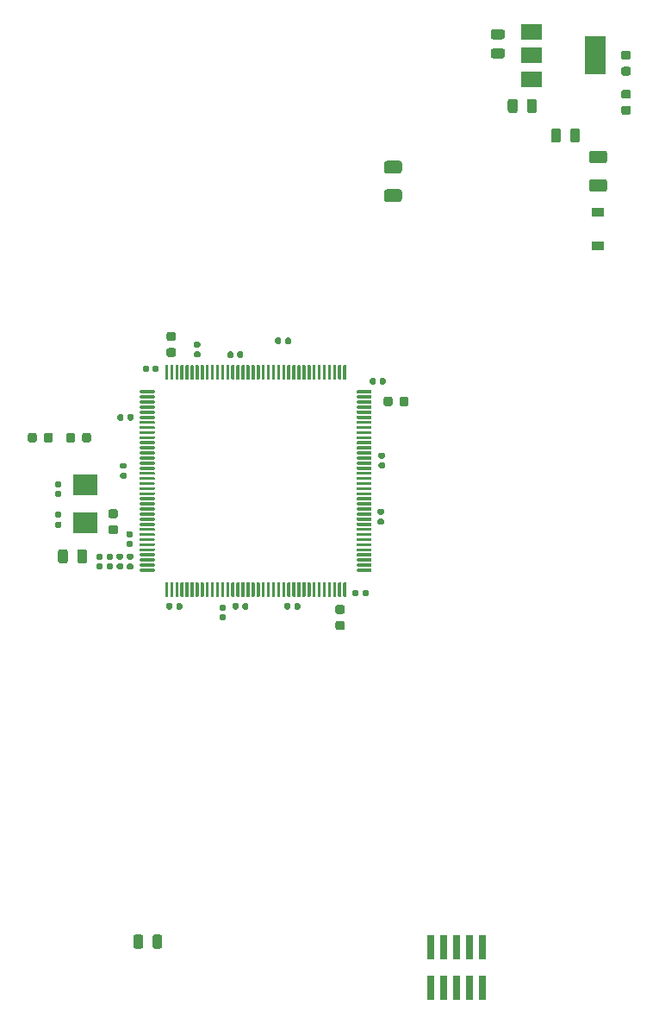
<source format=gbr>
G04 #@! TF.GenerationSoftware,KiCad,Pcbnew,(5.1.6)-1*
G04 #@! TF.CreationDate,2020-07-01T23:55:18-04:00*
G04 #@! TF.ProjectId,T-ShirtPress,542d5368-6972-4745-9072-6573732e6b69,rev?*
G04 #@! TF.SameCoordinates,Original*
G04 #@! TF.FileFunction,Paste,Top*
G04 #@! TF.FilePolarity,Positive*
%FSLAX46Y46*%
G04 Gerber Fmt 4.6, Leading zero omitted, Abs format (unit mm)*
G04 Created by KiCad (PCBNEW (5.1.6)-1) date 2020-07-01 23:55:18*
%MOMM*%
%LPD*%
G01*
G04 APERTURE LIST*
%ADD10R,1.200000X0.900000*%
%ADD11R,0.740000X2.400000*%
%ADD12R,2.000000X3.800000*%
%ADD13R,2.000000X1.500000*%
%ADD14R,2.400000X2.000000*%
G04 APERTURE END LIST*
G36*
G01*
X83750000Y-39743750D02*
X83750000Y-40656250D01*
G75*
G02*
X83506250Y-40900000I-243750J0D01*
G01*
X83018750Y-40900000D01*
G75*
G02*
X82775000Y-40656250I0J243750D01*
G01*
X82775000Y-39743750D01*
G75*
G02*
X83018750Y-39500000I243750J0D01*
G01*
X83506250Y-39500000D01*
G75*
G02*
X83750000Y-39743750I0J-243750D01*
G01*
G37*
G36*
G01*
X85625000Y-39743750D02*
X85625000Y-40656250D01*
G75*
G02*
X85381250Y-40900000I-243750J0D01*
G01*
X84893750Y-40900000D01*
G75*
G02*
X84650000Y-40656250I0J243750D01*
G01*
X84650000Y-39743750D01*
G75*
G02*
X84893750Y-39500000I243750J0D01*
G01*
X85381250Y-39500000D01*
G75*
G02*
X85625000Y-39743750I0J-243750D01*
G01*
G37*
G36*
G01*
X82256250Y-35525000D02*
X81343750Y-35525000D01*
G75*
G02*
X81100000Y-35281250I0J243750D01*
G01*
X81100000Y-34793750D01*
G75*
G02*
X81343750Y-34550000I243750J0D01*
G01*
X82256250Y-34550000D01*
G75*
G02*
X82500000Y-34793750I0J-243750D01*
G01*
X82500000Y-35281250D01*
G75*
G02*
X82256250Y-35525000I-243750J0D01*
G01*
G37*
G36*
G01*
X82256250Y-33650000D02*
X81343750Y-33650000D01*
G75*
G02*
X81100000Y-33406250I0J243750D01*
G01*
X81100000Y-32918750D01*
G75*
G02*
X81343750Y-32675000I243750J0D01*
G01*
X82256250Y-32675000D01*
G75*
G02*
X82500000Y-32918750I0J-243750D01*
G01*
X82500000Y-33406250D01*
G75*
G02*
X82256250Y-33650000I-243750J0D01*
G01*
G37*
G36*
G01*
X42477500Y-84120000D02*
X42822500Y-84120000D01*
G75*
G02*
X42970000Y-84267500I0J-147500D01*
G01*
X42970000Y-84562500D01*
G75*
G02*
X42822500Y-84710000I-147500J0D01*
G01*
X42477500Y-84710000D01*
G75*
G02*
X42330000Y-84562500I0J147500D01*
G01*
X42330000Y-84267500D01*
G75*
G02*
X42477500Y-84120000I147500J0D01*
G01*
G37*
G36*
G01*
X42477500Y-85090000D02*
X42822500Y-85090000D01*
G75*
G02*
X42970000Y-85237500I0J-147500D01*
G01*
X42970000Y-85532500D01*
G75*
G02*
X42822500Y-85680000I-147500J0D01*
G01*
X42477500Y-85680000D01*
G75*
G02*
X42330000Y-85532500I0J147500D01*
G01*
X42330000Y-85237500D01*
G75*
G02*
X42477500Y-85090000I147500J0D01*
G01*
G37*
G36*
G01*
X43477500Y-84135000D02*
X43822500Y-84135000D01*
G75*
G02*
X43970000Y-84282500I0J-147500D01*
G01*
X43970000Y-84577500D01*
G75*
G02*
X43822500Y-84725000I-147500J0D01*
G01*
X43477500Y-84725000D01*
G75*
G02*
X43330000Y-84577500I0J147500D01*
G01*
X43330000Y-84282500D01*
G75*
G02*
X43477500Y-84135000I147500J0D01*
G01*
G37*
G36*
G01*
X43477500Y-85105000D02*
X43822500Y-85105000D01*
G75*
G02*
X43970000Y-85252500I0J-147500D01*
G01*
X43970000Y-85547500D01*
G75*
G02*
X43822500Y-85695000I-147500J0D01*
G01*
X43477500Y-85695000D01*
G75*
G02*
X43330000Y-85547500I0J147500D01*
G01*
X43330000Y-85252500D01*
G75*
G02*
X43477500Y-85105000I147500J0D01*
G01*
G37*
G36*
G01*
X45822500Y-85680000D02*
X45477500Y-85680000D01*
G75*
G02*
X45330000Y-85532500I0J147500D01*
G01*
X45330000Y-85237500D01*
G75*
G02*
X45477500Y-85090000I147500J0D01*
G01*
X45822500Y-85090000D01*
G75*
G02*
X45970000Y-85237500I0J-147500D01*
G01*
X45970000Y-85532500D01*
G75*
G02*
X45822500Y-85680000I-147500J0D01*
G01*
G37*
G36*
G01*
X45822500Y-84710000D02*
X45477500Y-84710000D01*
G75*
G02*
X45330000Y-84562500I0J147500D01*
G01*
X45330000Y-84267500D01*
G75*
G02*
X45477500Y-84120000I147500J0D01*
G01*
X45822500Y-84120000D01*
G75*
G02*
X45970000Y-84267500I0J-147500D01*
G01*
X45970000Y-84562500D01*
G75*
G02*
X45822500Y-84710000I-147500J0D01*
G01*
G37*
G36*
G01*
X44822500Y-84710000D02*
X44477500Y-84710000D01*
G75*
G02*
X44330000Y-84562500I0J147500D01*
G01*
X44330000Y-84267500D01*
G75*
G02*
X44477500Y-84120000I147500J0D01*
G01*
X44822500Y-84120000D01*
G75*
G02*
X44970000Y-84267500I0J-147500D01*
G01*
X44970000Y-84562500D01*
G75*
G02*
X44822500Y-84710000I-147500J0D01*
G01*
G37*
G36*
G01*
X44822500Y-85680000D02*
X44477500Y-85680000D01*
G75*
G02*
X44330000Y-85532500I0J147500D01*
G01*
X44330000Y-85237500D01*
G75*
G02*
X44477500Y-85090000I147500J0D01*
G01*
X44822500Y-85090000D01*
G75*
G02*
X44970000Y-85237500I0J-147500D01*
G01*
X44970000Y-85532500D01*
G75*
G02*
X44822500Y-85680000I-147500J0D01*
G01*
G37*
G36*
G01*
X45172500Y-75810000D02*
X44827500Y-75810000D01*
G75*
G02*
X44680000Y-75662500I0J147500D01*
G01*
X44680000Y-75367500D01*
G75*
G02*
X44827500Y-75220000I147500J0D01*
G01*
X45172500Y-75220000D01*
G75*
G02*
X45320000Y-75367500I0J-147500D01*
G01*
X45320000Y-75662500D01*
G75*
G02*
X45172500Y-75810000I-147500J0D01*
G01*
G37*
G36*
G01*
X45172500Y-76780000D02*
X44827500Y-76780000D01*
G75*
G02*
X44680000Y-76632500I0J147500D01*
G01*
X44680000Y-76337500D01*
G75*
G02*
X44827500Y-76190000I147500J0D01*
G01*
X45172500Y-76190000D01*
G75*
G02*
X45320000Y-76337500I0J-147500D01*
G01*
X45320000Y-76632500D01*
G75*
G02*
X45172500Y-76780000I-147500J0D01*
G01*
G37*
G36*
G01*
X45427500Y-81920000D02*
X45772500Y-81920000D01*
G75*
G02*
X45920000Y-82067500I0J-147500D01*
G01*
X45920000Y-82362500D01*
G75*
G02*
X45772500Y-82510000I-147500J0D01*
G01*
X45427500Y-82510000D01*
G75*
G02*
X45280000Y-82362500I0J147500D01*
G01*
X45280000Y-82067500D01*
G75*
G02*
X45427500Y-81920000I147500J0D01*
G01*
G37*
G36*
G01*
X45427500Y-82890000D02*
X45772500Y-82890000D01*
G75*
G02*
X45920000Y-83037500I0J-147500D01*
G01*
X45920000Y-83332500D01*
G75*
G02*
X45772500Y-83480000I-147500J0D01*
G01*
X45427500Y-83480000D01*
G75*
G02*
X45280000Y-83332500I0J147500D01*
G01*
X45280000Y-83037500D01*
G75*
G02*
X45427500Y-82890000I147500J0D01*
G01*
G37*
G36*
G01*
X49810000Y-89127500D02*
X49810000Y-89472500D01*
G75*
G02*
X49662500Y-89620000I-147500J0D01*
G01*
X49367500Y-89620000D01*
G75*
G02*
X49220000Y-89472500I0J147500D01*
G01*
X49220000Y-89127500D01*
G75*
G02*
X49367500Y-88980000I147500J0D01*
G01*
X49662500Y-88980000D01*
G75*
G02*
X49810000Y-89127500I0J-147500D01*
G01*
G37*
G36*
G01*
X50780000Y-89127500D02*
X50780000Y-89472500D01*
G75*
G02*
X50632500Y-89620000I-147500J0D01*
G01*
X50337500Y-89620000D01*
G75*
G02*
X50190000Y-89472500I0J147500D01*
G01*
X50190000Y-89127500D01*
G75*
G02*
X50337500Y-88980000I147500J0D01*
G01*
X50632500Y-88980000D01*
G75*
G02*
X50780000Y-89127500I0J-147500D01*
G01*
G37*
G36*
G01*
X57280000Y-89127500D02*
X57280000Y-89472500D01*
G75*
G02*
X57132500Y-89620000I-147500J0D01*
G01*
X56837500Y-89620000D01*
G75*
G02*
X56690000Y-89472500I0J147500D01*
G01*
X56690000Y-89127500D01*
G75*
G02*
X56837500Y-88980000I147500J0D01*
G01*
X57132500Y-88980000D01*
G75*
G02*
X57280000Y-89127500I0J-147500D01*
G01*
G37*
G36*
G01*
X56310000Y-89127500D02*
X56310000Y-89472500D01*
G75*
G02*
X56162500Y-89620000I-147500J0D01*
G01*
X55867500Y-89620000D01*
G75*
G02*
X55720000Y-89472500I0J147500D01*
G01*
X55720000Y-89127500D01*
G75*
G02*
X55867500Y-88980000I147500J0D01*
G01*
X56162500Y-88980000D01*
G75*
G02*
X56310000Y-89127500I0J-147500D01*
G01*
G37*
G36*
G01*
X61410000Y-89127500D02*
X61410000Y-89472500D01*
G75*
G02*
X61262500Y-89620000I-147500J0D01*
G01*
X60967500Y-89620000D01*
G75*
G02*
X60820000Y-89472500I0J147500D01*
G01*
X60820000Y-89127500D01*
G75*
G02*
X60967500Y-88980000I147500J0D01*
G01*
X61262500Y-88980000D01*
G75*
G02*
X61410000Y-89127500I0J-147500D01*
G01*
G37*
G36*
G01*
X62380000Y-89127500D02*
X62380000Y-89472500D01*
G75*
G02*
X62232500Y-89620000I-147500J0D01*
G01*
X61937500Y-89620000D01*
G75*
G02*
X61790000Y-89472500I0J147500D01*
G01*
X61790000Y-89127500D01*
G75*
G02*
X61937500Y-88980000I147500J0D01*
G01*
X62232500Y-88980000D01*
G75*
G02*
X62380000Y-89127500I0J-147500D01*
G01*
G37*
G36*
G01*
X67520000Y-88172500D02*
X67520000Y-87827500D01*
G75*
G02*
X67667500Y-87680000I147500J0D01*
G01*
X67962500Y-87680000D01*
G75*
G02*
X68110000Y-87827500I0J-147500D01*
G01*
X68110000Y-88172500D01*
G75*
G02*
X67962500Y-88320000I-147500J0D01*
G01*
X67667500Y-88320000D01*
G75*
G02*
X67520000Y-88172500I0J147500D01*
G01*
G37*
G36*
G01*
X68490000Y-88172500D02*
X68490000Y-87827500D01*
G75*
G02*
X68637500Y-87680000I147500J0D01*
G01*
X68932500Y-87680000D01*
G75*
G02*
X69080000Y-87827500I0J-147500D01*
G01*
X69080000Y-88172500D01*
G75*
G02*
X68932500Y-88320000I-147500J0D01*
G01*
X68637500Y-88320000D01*
G75*
G02*
X68490000Y-88172500I0J147500D01*
G01*
G37*
G36*
G01*
X70127500Y-80690000D02*
X70472500Y-80690000D01*
G75*
G02*
X70620000Y-80837500I0J-147500D01*
G01*
X70620000Y-81132500D01*
G75*
G02*
X70472500Y-81280000I-147500J0D01*
G01*
X70127500Y-81280000D01*
G75*
G02*
X69980000Y-81132500I0J147500D01*
G01*
X69980000Y-80837500D01*
G75*
G02*
X70127500Y-80690000I147500J0D01*
G01*
G37*
G36*
G01*
X70127500Y-79720000D02*
X70472500Y-79720000D01*
G75*
G02*
X70620000Y-79867500I0J-147500D01*
G01*
X70620000Y-80162500D01*
G75*
G02*
X70472500Y-80310000I-147500J0D01*
G01*
X70127500Y-80310000D01*
G75*
G02*
X69980000Y-80162500I0J147500D01*
G01*
X69980000Y-79867500D01*
G75*
G02*
X70127500Y-79720000I147500J0D01*
G01*
G37*
G36*
G01*
X70227500Y-74220000D02*
X70572500Y-74220000D01*
G75*
G02*
X70720000Y-74367500I0J-147500D01*
G01*
X70720000Y-74662500D01*
G75*
G02*
X70572500Y-74810000I-147500J0D01*
G01*
X70227500Y-74810000D01*
G75*
G02*
X70080000Y-74662500I0J147500D01*
G01*
X70080000Y-74367500D01*
G75*
G02*
X70227500Y-74220000I147500J0D01*
G01*
G37*
G36*
G01*
X70227500Y-75190000D02*
X70572500Y-75190000D01*
G75*
G02*
X70720000Y-75337500I0J-147500D01*
G01*
X70720000Y-75632500D01*
G75*
G02*
X70572500Y-75780000I-147500J0D01*
G01*
X70227500Y-75780000D01*
G75*
G02*
X70080000Y-75632500I0J147500D01*
G01*
X70080000Y-75337500D01*
G75*
G02*
X70227500Y-75190000I147500J0D01*
G01*
G37*
G36*
G01*
X69220000Y-67372500D02*
X69220000Y-67027500D01*
G75*
G02*
X69367500Y-66880000I147500J0D01*
G01*
X69662500Y-66880000D01*
G75*
G02*
X69810000Y-67027500I0J-147500D01*
G01*
X69810000Y-67372500D01*
G75*
G02*
X69662500Y-67520000I-147500J0D01*
G01*
X69367500Y-67520000D01*
G75*
G02*
X69220000Y-67372500I0J147500D01*
G01*
G37*
G36*
G01*
X70190000Y-67372500D02*
X70190000Y-67027500D01*
G75*
G02*
X70337500Y-66880000I147500J0D01*
G01*
X70632500Y-66880000D01*
G75*
G02*
X70780000Y-67027500I0J-147500D01*
G01*
X70780000Y-67372500D01*
G75*
G02*
X70632500Y-67520000I-147500J0D01*
G01*
X70337500Y-67520000D01*
G75*
G02*
X70190000Y-67372500I0J147500D01*
G01*
G37*
G36*
G01*
X59920000Y-63422500D02*
X59920000Y-63077500D01*
G75*
G02*
X60067500Y-62930000I147500J0D01*
G01*
X60362500Y-62930000D01*
G75*
G02*
X60510000Y-63077500I0J-147500D01*
G01*
X60510000Y-63422500D01*
G75*
G02*
X60362500Y-63570000I-147500J0D01*
G01*
X60067500Y-63570000D01*
G75*
G02*
X59920000Y-63422500I0J147500D01*
G01*
G37*
G36*
G01*
X60890000Y-63422500D02*
X60890000Y-63077500D01*
G75*
G02*
X61037500Y-62930000I147500J0D01*
G01*
X61332500Y-62930000D01*
G75*
G02*
X61480000Y-63077500I0J-147500D01*
G01*
X61480000Y-63422500D01*
G75*
G02*
X61332500Y-63570000I-147500J0D01*
G01*
X61037500Y-63570000D01*
G75*
G02*
X60890000Y-63422500I0J147500D01*
G01*
G37*
G36*
G01*
X56190000Y-64772500D02*
X56190000Y-64427500D01*
G75*
G02*
X56337500Y-64280000I147500J0D01*
G01*
X56632500Y-64280000D01*
G75*
G02*
X56780000Y-64427500I0J-147500D01*
G01*
X56780000Y-64772500D01*
G75*
G02*
X56632500Y-64920000I-147500J0D01*
G01*
X56337500Y-64920000D01*
G75*
G02*
X56190000Y-64772500I0J147500D01*
G01*
G37*
G36*
G01*
X55220000Y-64772500D02*
X55220000Y-64427500D01*
G75*
G02*
X55367500Y-64280000I147500J0D01*
G01*
X55662500Y-64280000D01*
G75*
G02*
X55810000Y-64427500I0J-147500D01*
G01*
X55810000Y-64772500D01*
G75*
G02*
X55662500Y-64920000I-147500J0D01*
G01*
X55367500Y-64920000D01*
G75*
G02*
X55220000Y-64772500I0J147500D01*
G01*
G37*
G36*
G01*
X48465000Y-65827500D02*
X48465000Y-66172500D01*
G75*
G02*
X48317500Y-66320000I-147500J0D01*
G01*
X48022500Y-66320000D01*
G75*
G02*
X47875000Y-66172500I0J147500D01*
G01*
X47875000Y-65827500D01*
G75*
G02*
X48022500Y-65680000I147500J0D01*
G01*
X48317500Y-65680000D01*
G75*
G02*
X48465000Y-65827500I0J-147500D01*
G01*
G37*
G36*
G01*
X47495000Y-65827500D02*
X47495000Y-66172500D01*
G75*
G02*
X47347500Y-66320000I-147500J0D01*
G01*
X47052500Y-66320000D01*
G75*
G02*
X46905000Y-66172500I0J147500D01*
G01*
X46905000Y-65827500D01*
G75*
G02*
X47052500Y-65680000I147500J0D01*
G01*
X47347500Y-65680000D01*
G75*
G02*
X47495000Y-65827500I0J-147500D01*
G01*
G37*
G36*
G01*
X45010000Y-70577500D02*
X45010000Y-70922500D01*
G75*
G02*
X44862500Y-71070000I-147500J0D01*
G01*
X44567500Y-71070000D01*
G75*
G02*
X44420000Y-70922500I0J147500D01*
G01*
X44420000Y-70577500D01*
G75*
G02*
X44567500Y-70430000I147500J0D01*
G01*
X44862500Y-70430000D01*
G75*
G02*
X45010000Y-70577500I0J-147500D01*
G01*
G37*
G36*
G01*
X45980000Y-70577500D02*
X45980000Y-70922500D01*
G75*
G02*
X45832500Y-71070000I-147500J0D01*
G01*
X45537500Y-71070000D01*
G75*
G02*
X45390000Y-70922500I0J147500D01*
G01*
X45390000Y-70577500D01*
G75*
G02*
X45537500Y-70430000I147500J0D01*
G01*
X45832500Y-70430000D01*
G75*
G02*
X45980000Y-70577500I0J-147500D01*
G01*
G37*
G36*
G01*
X49956250Y-64825000D02*
X49443750Y-64825000D01*
G75*
G02*
X49225000Y-64606250I0J218750D01*
G01*
X49225000Y-64168750D01*
G75*
G02*
X49443750Y-63950000I218750J0D01*
G01*
X49956250Y-63950000D01*
G75*
G02*
X50175000Y-64168750I0J-218750D01*
G01*
X50175000Y-64606250D01*
G75*
G02*
X49956250Y-64825000I-218750J0D01*
G01*
G37*
G36*
G01*
X49956250Y-63250000D02*
X49443750Y-63250000D01*
G75*
G02*
X49225000Y-63031250I0J218750D01*
G01*
X49225000Y-62593750D01*
G75*
G02*
X49443750Y-62375000I218750J0D01*
G01*
X49956250Y-62375000D01*
G75*
G02*
X50175000Y-62593750I0J-218750D01*
G01*
X50175000Y-63031250D01*
G75*
G02*
X49956250Y-63250000I-218750J0D01*
G01*
G37*
G36*
G01*
X66043750Y-89175000D02*
X66556250Y-89175000D01*
G75*
G02*
X66775000Y-89393750I0J-218750D01*
G01*
X66775000Y-89831250D01*
G75*
G02*
X66556250Y-90050000I-218750J0D01*
G01*
X66043750Y-90050000D01*
G75*
G02*
X65825000Y-89831250I0J218750D01*
G01*
X65825000Y-89393750D01*
G75*
G02*
X66043750Y-89175000I218750J0D01*
G01*
G37*
G36*
G01*
X66043750Y-90750000D02*
X66556250Y-90750000D01*
G75*
G02*
X66775000Y-90968750I0J-218750D01*
G01*
X66775000Y-91406250D01*
G75*
G02*
X66556250Y-91625000I-218750J0D01*
G01*
X66043750Y-91625000D01*
G75*
G02*
X65825000Y-91406250I0J218750D01*
G01*
X65825000Y-90968750D01*
G75*
G02*
X66043750Y-90750000I218750J0D01*
G01*
G37*
G36*
G01*
X72150000Y-69456250D02*
X72150000Y-68943750D01*
G75*
G02*
X72368750Y-68725000I218750J0D01*
G01*
X72806250Y-68725000D01*
G75*
G02*
X73025000Y-68943750I0J-218750D01*
G01*
X73025000Y-69456250D01*
G75*
G02*
X72806250Y-69675000I-218750J0D01*
G01*
X72368750Y-69675000D01*
G75*
G02*
X72150000Y-69456250I0J218750D01*
G01*
G37*
G36*
G01*
X70575000Y-69456250D02*
X70575000Y-68943750D01*
G75*
G02*
X70793750Y-68725000I218750J0D01*
G01*
X71231250Y-68725000D01*
G75*
G02*
X71450000Y-68943750I0J-218750D01*
G01*
X71450000Y-69456250D01*
G75*
G02*
X71231250Y-69675000I-218750J0D01*
G01*
X70793750Y-69675000D01*
G75*
G02*
X70575000Y-69456250I0J218750D01*
G01*
G37*
G36*
G01*
X38427500Y-77990000D02*
X38772500Y-77990000D01*
G75*
G02*
X38920000Y-78137500I0J-147500D01*
G01*
X38920000Y-78432500D01*
G75*
G02*
X38772500Y-78580000I-147500J0D01*
G01*
X38427500Y-78580000D01*
G75*
G02*
X38280000Y-78432500I0J147500D01*
G01*
X38280000Y-78137500D01*
G75*
G02*
X38427500Y-77990000I147500J0D01*
G01*
G37*
G36*
G01*
X38427500Y-77020000D02*
X38772500Y-77020000D01*
G75*
G02*
X38920000Y-77167500I0J-147500D01*
G01*
X38920000Y-77462500D01*
G75*
G02*
X38772500Y-77610000I-147500J0D01*
G01*
X38427500Y-77610000D01*
G75*
G02*
X38280000Y-77462500I0J147500D01*
G01*
X38280000Y-77167500D01*
G75*
G02*
X38427500Y-77020000I147500J0D01*
G01*
G37*
G36*
G01*
X38772500Y-80610000D02*
X38427500Y-80610000D01*
G75*
G02*
X38280000Y-80462500I0J147500D01*
G01*
X38280000Y-80167500D01*
G75*
G02*
X38427500Y-80020000I147500J0D01*
G01*
X38772500Y-80020000D01*
G75*
G02*
X38920000Y-80167500I0J-147500D01*
G01*
X38920000Y-80462500D01*
G75*
G02*
X38772500Y-80610000I-147500J0D01*
G01*
G37*
G36*
G01*
X38772500Y-81580000D02*
X38427500Y-81580000D01*
G75*
G02*
X38280000Y-81432500I0J147500D01*
G01*
X38280000Y-81137500D01*
G75*
G02*
X38427500Y-80990000I147500J0D01*
G01*
X38772500Y-80990000D01*
G75*
G02*
X38920000Y-81137500I0J-147500D01*
G01*
X38920000Y-81432500D01*
G75*
G02*
X38772500Y-81580000I-147500J0D01*
G01*
G37*
D10*
X91650000Y-50650000D03*
X91650000Y-53950000D03*
G36*
G01*
X92275000Y-48625000D02*
X91025000Y-48625000D01*
G75*
G02*
X90775000Y-48375000I0J250000D01*
G01*
X90775000Y-47625000D01*
G75*
G02*
X91025000Y-47375000I250000J0D01*
G01*
X92275000Y-47375000D01*
G75*
G02*
X92525000Y-47625000I0J-250000D01*
G01*
X92525000Y-48375000D01*
G75*
G02*
X92275000Y-48625000I-250000J0D01*
G01*
G37*
G36*
G01*
X92275000Y-45825000D02*
X91025000Y-45825000D01*
G75*
G02*
X90775000Y-45575000I0J250000D01*
G01*
X90775000Y-44825000D01*
G75*
G02*
X91025000Y-44575000I250000J0D01*
G01*
X92275000Y-44575000D01*
G75*
G02*
X92525000Y-44825000I0J-250000D01*
G01*
X92525000Y-45575000D01*
G75*
G02*
X92275000Y-45825000I-250000J0D01*
G01*
G37*
G36*
G01*
X88900000Y-43556250D02*
X88900000Y-42643750D01*
G75*
G02*
X89143750Y-42400000I243750J0D01*
G01*
X89631250Y-42400000D01*
G75*
G02*
X89875000Y-42643750I0J-243750D01*
G01*
X89875000Y-43556250D01*
G75*
G02*
X89631250Y-43800000I-243750J0D01*
G01*
X89143750Y-43800000D01*
G75*
G02*
X88900000Y-43556250I0J243750D01*
G01*
G37*
G36*
G01*
X87025000Y-43556250D02*
X87025000Y-42643750D01*
G75*
G02*
X87268750Y-42400000I243750J0D01*
G01*
X87756250Y-42400000D01*
G75*
G02*
X88000000Y-42643750I0J-243750D01*
G01*
X88000000Y-43556250D01*
G75*
G02*
X87756250Y-43800000I-243750J0D01*
G01*
X87268750Y-43800000D01*
G75*
G02*
X87025000Y-43556250I0J243750D01*
G01*
G37*
G36*
G01*
X41425000Y-83943750D02*
X41425000Y-84856250D01*
G75*
G02*
X41181250Y-85100000I-243750J0D01*
G01*
X40693750Y-85100000D01*
G75*
G02*
X40450000Y-84856250I0J243750D01*
G01*
X40450000Y-83943750D01*
G75*
G02*
X40693750Y-83700000I243750J0D01*
G01*
X41181250Y-83700000D01*
G75*
G02*
X41425000Y-83943750I0J-243750D01*
G01*
G37*
G36*
G01*
X39550000Y-83943750D02*
X39550000Y-84856250D01*
G75*
G02*
X39306250Y-85100000I-243750J0D01*
G01*
X38818750Y-85100000D01*
G75*
G02*
X38575000Y-84856250I0J243750D01*
G01*
X38575000Y-83943750D01*
G75*
G02*
X38818750Y-83700000I243750J0D01*
G01*
X39306250Y-83700000D01*
G75*
G02*
X39550000Y-83943750I0J-243750D01*
G01*
G37*
D11*
X75210000Y-126700000D03*
X75210000Y-122800000D03*
X76480000Y-126700000D03*
X76480000Y-122800000D03*
X77750000Y-126700000D03*
X77750000Y-122800000D03*
X79020000Y-126700000D03*
X79020000Y-122800000D03*
X80290000Y-126700000D03*
X80290000Y-122800000D03*
G36*
G01*
X48825000Y-121743750D02*
X48825000Y-122656250D01*
G75*
G02*
X48581250Y-122900000I-243750J0D01*
G01*
X48093750Y-122900000D01*
G75*
G02*
X47850000Y-122656250I0J243750D01*
G01*
X47850000Y-121743750D01*
G75*
G02*
X48093750Y-121500000I243750J0D01*
G01*
X48581250Y-121500000D01*
G75*
G02*
X48825000Y-121743750I0J-243750D01*
G01*
G37*
G36*
G01*
X46950000Y-121743750D02*
X46950000Y-122656250D01*
G75*
G02*
X46706250Y-122900000I-243750J0D01*
G01*
X46218750Y-122900000D01*
G75*
G02*
X45975000Y-122656250I0J243750D01*
G01*
X45975000Y-121743750D01*
G75*
G02*
X46218750Y-121500000I243750J0D01*
G01*
X46706250Y-121500000D01*
G75*
G02*
X46950000Y-121743750I0J-243750D01*
G01*
G37*
G36*
G01*
X43743750Y-81350000D02*
X44256250Y-81350000D01*
G75*
G02*
X44475000Y-81568750I0J-218750D01*
G01*
X44475000Y-82006250D01*
G75*
G02*
X44256250Y-82225000I-218750J0D01*
G01*
X43743750Y-82225000D01*
G75*
G02*
X43525000Y-82006250I0J218750D01*
G01*
X43525000Y-81568750D01*
G75*
G02*
X43743750Y-81350000I218750J0D01*
G01*
G37*
G36*
G01*
X43743750Y-79775000D02*
X44256250Y-79775000D01*
G75*
G02*
X44475000Y-79993750I0J-218750D01*
G01*
X44475000Y-80431250D01*
G75*
G02*
X44256250Y-80650000I-218750J0D01*
G01*
X43743750Y-80650000D01*
G75*
G02*
X43525000Y-80431250I0J218750D01*
G01*
X43525000Y-79993750D01*
G75*
G02*
X43743750Y-79775000I218750J0D01*
G01*
G37*
G36*
G01*
X52422500Y-63910000D02*
X52077500Y-63910000D01*
G75*
G02*
X51930000Y-63762500I0J147500D01*
G01*
X51930000Y-63467500D01*
G75*
G02*
X52077500Y-63320000I147500J0D01*
G01*
X52422500Y-63320000D01*
G75*
G02*
X52570000Y-63467500I0J-147500D01*
G01*
X52570000Y-63762500D01*
G75*
G02*
X52422500Y-63910000I-147500J0D01*
G01*
G37*
G36*
G01*
X52422500Y-64880000D02*
X52077500Y-64880000D01*
G75*
G02*
X51930000Y-64732500I0J147500D01*
G01*
X51930000Y-64437500D01*
G75*
G02*
X52077500Y-64290000I147500J0D01*
G01*
X52422500Y-64290000D01*
G75*
G02*
X52570000Y-64437500I0J-147500D01*
G01*
X52570000Y-64732500D01*
G75*
G02*
X52422500Y-64880000I-147500J0D01*
G01*
G37*
G36*
G01*
X54577500Y-89120000D02*
X54922500Y-89120000D01*
G75*
G02*
X55070000Y-89267500I0J-147500D01*
G01*
X55070000Y-89562500D01*
G75*
G02*
X54922500Y-89710000I-147500J0D01*
G01*
X54577500Y-89710000D01*
G75*
G02*
X54430000Y-89562500I0J147500D01*
G01*
X54430000Y-89267500D01*
G75*
G02*
X54577500Y-89120000I147500J0D01*
G01*
G37*
G36*
G01*
X54577500Y-90090000D02*
X54922500Y-90090000D01*
G75*
G02*
X55070000Y-90237500I0J-147500D01*
G01*
X55070000Y-90532500D01*
G75*
G02*
X54922500Y-90680000I-147500J0D01*
G01*
X54577500Y-90680000D01*
G75*
G02*
X54430000Y-90532500I0J147500D01*
G01*
X54430000Y-90237500D01*
G75*
G02*
X54577500Y-90090000I147500J0D01*
G01*
G37*
G36*
G01*
X70875000Y-45575000D02*
X72125000Y-45575000D01*
G75*
G02*
X72375000Y-45825000I0J-250000D01*
G01*
X72375000Y-46575000D01*
G75*
G02*
X72125000Y-46825000I-250000J0D01*
G01*
X70875000Y-46825000D01*
G75*
G02*
X70625000Y-46575000I0J250000D01*
G01*
X70625000Y-45825000D01*
G75*
G02*
X70875000Y-45575000I250000J0D01*
G01*
G37*
G36*
G01*
X70875000Y-48375000D02*
X72125000Y-48375000D01*
G75*
G02*
X72375000Y-48625000I0J-250000D01*
G01*
X72375000Y-49375000D01*
G75*
G02*
X72125000Y-49625000I-250000J0D01*
G01*
X70875000Y-49625000D01*
G75*
G02*
X70625000Y-49375000I0J250000D01*
G01*
X70625000Y-48625000D01*
G75*
G02*
X70875000Y-48375000I250000J0D01*
G01*
G37*
D12*
X91400000Y-35250000D03*
D13*
X85100000Y-35250000D03*
X85100000Y-37550000D03*
X85100000Y-32950000D03*
G36*
G01*
X46600000Y-68325000D02*
X46600000Y-68175000D01*
G75*
G02*
X46675000Y-68100000I75000J0D01*
G01*
X48000000Y-68100000D01*
G75*
G02*
X48075000Y-68175000I0J-75000D01*
G01*
X48075000Y-68325000D01*
G75*
G02*
X48000000Y-68400000I-75000J0D01*
G01*
X46675000Y-68400000D01*
G75*
G02*
X46600000Y-68325000I0J75000D01*
G01*
G37*
G36*
G01*
X46600000Y-68825000D02*
X46600000Y-68675000D01*
G75*
G02*
X46675000Y-68600000I75000J0D01*
G01*
X48000000Y-68600000D01*
G75*
G02*
X48075000Y-68675000I0J-75000D01*
G01*
X48075000Y-68825000D01*
G75*
G02*
X48000000Y-68900000I-75000J0D01*
G01*
X46675000Y-68900000D01*
G75*
G02*
X46600000Y-68825000I0J75000D01*
G01*
G37*
G36*
G01*
X46600000Y-69325000D02*
X46600000Y-69175000D01*
G75*
G02*
X46675000Y-69100000I75000J0D01*
G01*
X48000000Y-69100000D01*
G75*
G02*
X48075000Y-69175000I0J-75000D01*
G01*
X48075000Y-69325000D01*
G75*
G02*
X48000000Y-69400000I-75000J0D01*
G01*
X46675000Y-69400000D01*
G75*
G02*
X46600000Y-69325000I0J75000D01*
G01*
G37*
G36*
G01*
X46600000Y-69825000D02*
X46600000Y-69675000D01*
G75*
G02*
X46675000Y-69600000I75000J0D01*
G01*
X48000000Y-69600000D01*
G75*
G02*
X48075000Y-69675000I0J-75000D01*
G01*
X48075000Y-69825000D01*
G75*
G02*
X48000000Y-69900000I-75000J0D01*
G01*
X46675000Y-69900000D01*
G75*
G02*
X46600000Y-69825000I0J75000D01*
G01*
G37*
G36*
G01*
X46600000Y-70325000D02*
X46600000Y-70175000D01*
G75*
G02*
X46675000Y-70100000I75000J0D01*
G01*
X48000000Y-70100000D01*
G75*
G02*
X48075000Y-70175000I0J-75000D01*
G01*
X48075000Y-70325000D01*
G75*
G02*
X48000000Y-70400000I-75000J0D01*
G01*
X46675000Y-70400000D01*
G75*
G02*
X46600000Y-70325000I0J75000D01*
G01*
G37*
G36*
G01*
X46600000Y-70825000D02*
X46600000Y-70675000D01*
G75*
G02*
X46675000Y-70600000I75000J0D01*
G01*
X48000000Y-70600000D01*
G75*
G02*
X48075000Y-70675000I0J-75000D01*
G01*
X48075000Y-70825000D01*
G75*
G02*
X48000000Y-70900000I-75000J0D01*
G01*
X46675000Y-70900000D01*
G75*
G02*
X46600000Y-70825000I0J75000D01*
G01*
G37*
G36*
G01*
X46600000Y-71325000D02*
X46600000Y-71175000D01*
G75*
G02*
X46675000Y-71100000I75000J0D01*
G01*
X48000000Y-71100000D01*
G75*
G02*
X48075000Y-71175000I0J-75000D01*
G01*
X48075000Y-71325000D01*
G75*
G02*
X48000000Y-71400000I-75000J0D01*
G01*
X46675000Y-71400000D01*
G75*
G02*
X46600000Y-71325000I0J75000D01*
G01*
G37*
G36*
G01*
X46600000Y-71825000D02*
X46600000Y-71675000D01*
G75*
G02*
X46675000Y-71600000I75000J0D01*
G01*
X48000000Y-71600000D01*
G75*
G02*
X48075000Y-71675000I0J-75000D01*
G01*
X48075000Y-71825000D01*
G75*
G02*
X48000000Y-71900000I-75000J0D01*
G01*
X46675000Y-71900000D01*
G75*
G02*
X46600000Y-71825000I0J75000D01*
G01*
G37*
G36*
G01*
X46600000Y-72325000D02*
X46600000Y-72175000D01*
G75*
G02*
X46675000Y-72100000I75000J0D01*
G01*
X48000000Y-72100000D01*
G75*
G02*
X48075000Y-72175000I0J-75000D01*
G01*
X48075000Y-72325000D01*
G75*
G02*
X48000000Y-72400000I-75000J0D01*
G01*
X46675000Y-72400000D01*
G75*
G02*
X46600000Y-72325000I0J75000D01*
G01*
G37*
G36*
G01*
X46600000Y-72825000D02*
X46600000Y-72675000D01*
G75*
G02*
X46675000Y-72600000I75000J0D01*
G01*
X48000000Y-72600000D01*
G75*
G02*
X48075000Y-72675000I0J-75000D01*
G01*
X48075000Y-72825000D01*
G75*
G02*
X48000000Y-72900000I-75000J0D01*
G01*
X46675000Y-72900000D01*
G75*
G02*
X46600000Y-72825000I0J75000D01*
G01*
G37*
G36*
G01*
X46600000Y-73325000D02*
X46600000Y-73175000D01*
G75*
G02*
X46675000Y-73100000I75000J0D01*
G01*
X48000000Y-73100000D01*
G75*
G02*
X48075000Y-73175000I0J-75000D01*
G01*
X48075000Y-73325000D01*
G75*
G02*
X48000000Y-73400000I-75000J0D01*
G01*
X46675000Y-73400000D01*
G75*
G02*
X46600000Y-73325000I0J75000D01*
G01*
G37*
G36*
G01*
X46600000Y-73825000D02*
X46600000Y-73675000D01*
G75*
G02*
X46675000Y-73600000I75000J0D01*
G01*
X48000000Y-73600000D01*
G75*
G02*
X48075000Y-73675000I0J-75000D01*
G01*
X48075000Y-73825000D01*
G75*
G02*
X48000000Y-73900000I-75000J0D01*
G01*
X46675000Y-73900000D01*
G75*
G02*
X46600000Y-73825000I0J75000D01*
G01*
G37*
G36*
G01*
X46600000Y-74325000D02*
X46600000Y-74175000D01*
G75*
G02*
X46675000Y-74100000I75000J0D01*
G01*
X48000000Y-74100000D01*
G75*
G02*
X48075000Y-74175000I0J-75000D01*
G01*
X48075000Y-74325000D01*
G75*
G02*
X48000000Y-74400000I-75000J0D01*
G01*
X46675000Y-74400000D01*
G75*
G02*
X46600000Y-74325000I0J75000D01*
G01*
G37*
G36*
G01*
X46600000Y-74825000D02*
X46600000Y-74675000D01*
G75*
G02*
X46675000Y-74600000I75000J0D01*
G01*
X48000000Y-74600000D01*
G75*
G02*
X48075000Y-74675000I0J-75000D01*
G01*
X48075000Y-74825000D01*
G75*
G02*
X48000000Y-74900000I-75000J0D01*
G01*
X46675000Y-74900000D01*
G75*
G02*
X46600000Y-74825000I0J75000D01*
G01*
G37*
G36*
G01*
X46600000Y-75325000D02*
X46600000Y-75175000D01*
G75*
G02*
X46675000Y-75100000I75000J0D01*
G01*
X48000000Y-75100000D01*
G75*
G02*
X48075000Y-75175000I0J-75000D01*
G01*
X48075000Y-75325000D01*
G75*
G02*
X48000000Y-75400000I-75000J0D01*
G01*
X46675000Y-75400000D01*
G75*
G02*
X46600000Y-75325000I0J75000D01*
G01*
G37*
G36*
G01*
X46600000Y-75825000D02*
X46600000Y-75675000D01*
G75*
G02*
X46675000Y-75600000I75000J0D01*
G01*
X48000000Y-75600000D01*
G75*
G02*
X48075000Y-75675000I0J-75000D01*
G01*
X48075000Y-75825000D01*
G75*
G02*
X48000000Y-75900000I-75000J0D01*
G01*
X46675000Y-75900000D01*
G75*
G02*
X46600000Y-75825000I0J75000D01*
G01*
G37*
G36*
G01*
X46600000Y-76325000D02*
X46600000Y-76175000D01*
G75*
G02*
X46675000Y-76100000I75000J0D01*
G01*
X48000000Y-76100000D01*
G75*
G02*
X48075000Y-76175000I0J-75000D01*
G01*
X48075000Y-76325000D01*
G75*
G02*
X48000000Y-76400000I-75000J0D01*
G01*
X46675000Y-76400000D01*
G75*
G02*
X46600000Y-76325000I0J75000D01*
G01*
G37*
G36*
G01*
X46600000Y-76825000D02*
X46600000Y-76675000D01*
G75*
G02*
X46675000Y-76600000I75000J0D01*
G01*
X48000000Y-76600000D01*
G75*
G02*
X48075000Y-76675000I0J-75000D01*
G01*
X48075000Y-76825000D01*
G75*
G02*
X48000000Y-76900000I-75000J0D01*
G01*
X46675000Y-76900000D01*
G75*
G02*
X46600000Y-76825000I0J75000D01*
G01*
G37*
G36*
G01*
X46600000Y-77325000D02*
X46600000Y-77175000D01*
G75*
G02*
X46675000Y-77100000I75000J0D01*
G01*
X48000000Y-77100000D01*
G75*
G02*
X48075000Y-77175000I0J-75000D01*
G01*
X48075000Y-77325000D01*
G75*
G02*
X48000000Y-77400000I-75000J0D01*
G01*
X46675000Y-77400000D01*
G75*
G02*
X46600000Y-77325000I0J75000D01*
G01*
G37*
G36*
G01*
X46600000Y-77825000D02*
X46600000Y-77675000D01*
G75*
G02*
X46675000Y-77600000I75000J0D01*
G01*
X48000000Y-77600000D01*
G75*
G02*
X48075000Y-77675000I0J-75000D01*
G01*
X48075000Y-77825000D01*
G75*
G02*
X48000000Y-77900000I-75000J0D01*
G01*
X46675000Y-77900000D01*
G75*
G02*
X46600000Y-77825000I0J75000D01*
G01*
G37*
G36*
G01*
X46600000Y-78325000D02*
X46600000Y-78175000D01*
G75*
G02*
X46675000Y-78100000I75000J0D01*
G01*
X48000000Y-78100000D01*
G75*
G02*
X48075000Y-78175000I0J-75000D01*
G01*
X48075000Y-78325000D01*
G75*
G02*
X48000000Y-78400000I-75000J0D01*
G01*
X46675000Y-78400000D01*
G75*
G02*
X46600000Y-78325000I0J75000D01*
G01*
G37*
G36*
G01*
X46600000Y-78825000D02*
X46600000Y-78675000D01*
G75*
G02*
X46675000Y-78600000I75000J0D01*
G01*
X48000000Y-78600000D01*
G75*
G02*
X48075000Y-78675000I0J-75000D01*
G01*
X48075000Y-78825000D01*
G75*
G02*
X48000000Y-78900000I-75000J0D01*
G01*
X46675000Y-78900000D01*
G75*
G02*
X46600000Y-78825000I0J75000D01*
G01*
G37*
G36*
G01*
X46600000Y-79325000D02*
X46600000Y-79175000D01*
G75*
G02*
X46675000Y-79100000I75000J0D01*
G01*
X48000000Y-79100000D01*
G75*
G02*
X48075000Y-79175000I0J-75000D01*
G01*
X48075000Y-79325000D01*
G75*
G02*
X48000000Y-79400000I-75000J0D01*
G01*
X46675000Y-79400000D01*
G75*
G02*
X46600000Y-79325000I0J75000D01*
G01*
G37*
G36*
G01*
X46600000Y-79825000D02*
X46600000Y-79675000D01*
G75*
G02*
X46675000Y-79600000I75000J0D01*
G01*
X48000000Y-79600000D01*
G75*
G02*
X48075000Y-79675000I0J-75000D01*
G01*
X48075000Y-79825000D01*
G75*
G02*
X48000000Y-79900000I-75000J0D01*
G01*
X46675000Y-79900000D01*
G75*
G02*
X46600000Y-79825000I0J75000D01*
G01*
G37*
G36*
G01*
X46600000Y-80325000D02*
X46600000Y-80175000D01*
G75*
G02*
X46675000Y-80100000I75000J0D01*
G01*
X48000000Y-80100000D01*
G75*
G02*
X48075000Y-80175000I0J-75000D01*
G01*
X48075000Y-80325000D01*
G75*
G02*
X48000000Y-80400000I-75000J0D01*
G01*
X46675000Y-80400000D01*
G75*
G02*
X46600000Y-80325000I0J75000D01*
G01*
G37*
G36*
G01*
X46600000Y-80825000D02*
X46600000Y-80675000D01*
G75*
G02*
X46675000Y-80600000I75000J0D01*
G01*
X48000000Y-80600000D01*
G75*
G02*
X48075000Y-80675000I0J-75000D01*
G01*
X48075000Y-80825000D01*
G75*
G02*
X48000000Y-80900000I-75000J0D01*
G01*
X46675000Y-80900000D01*
G75*
G02*
X46600000Y-80825000I0J75000D01*
G01*
G37*
G36*
G01*
X46600000Y-81325000D02*
X46600000Y-81175000D01*
G75*
G02*
X46675000Y-81100000I75000J0D01*
G01*
X48000000Y-81100000D01*
G75*
G02*
X48075000Y-81175000I0J-75000D01*
G01*
X48075000Y-81325000D01*
G75*
G02*
X48000000Y-81400000I-75000J0D01*
G01*
X46675000Y-81400000D01*
G75*
G02*
X46600000Y-81325000I0J75000D01*
G01*
G37*
G36*
G01*
X46600000Y-81825000D02*
X46600000Y-81675000D01*
G75*
G02*
X46675000Y-81600000I75000J0D01*
G01*
X48000000Y-81600000D01*
G75*
G02*
X48075000Y-81675000I0J-75000D01*
G01*
X48075000Y-81825000D01*
G75*
G02*
X48000000Y-81900000I-75000J0D01*
G01*
X46675000Y-81900000D01*
G75*
G02*
X46600000Y-81825000I0J75000D01*
G01*
G37*
G36*
G01*
X46600000Y-82325000D02*
X46600000Y-82175000D01*
G75*
G02*
X46675000Y-82100000I75000J0D01*
G01*
X48000000Y-82100000D01*
G75*
G02*
X48075000Y-82175000I0J-75000D01*
G01*
X48075000Y-82325000D01*
G75*
G02*
X48000000Y-82400000I-75000J0D01*
G01*
X46675000Y-82400000D01*
G75*
G02*
X46600000Y-82325000I0J75000D01*
G01*
G37*
G36*
G01*
X46600000Y-82825000D02*
X46600000Y-82675000D01*
G75*
G02*
X46675000Y-82600000I75000J0D01*
G01*
X48000000Y-82600000D01*
G75*
G02*
X48075000Y-82675000I0J-75000D01*
G01*
X48075000Y-82825000D01*
G75*
G02*
X48000000Y-82900000I-75000J0D01*
G01*
X46675000Y-82900000D01*
G75*
G02*
X46600000Y-82825000I0J75000D01*
G01*
G37*
G36*
G01*
X46600000Y-83325000D02*
X46600000Y-83175000D01*
G75*
G02*
X46675000Y-83100000I75000J0D01*
G01*
X48000000Y-83100000D01*
G75*
G02*
X48075000Y-83175000I0J-75000D01*
G01*
X48075000Y-83325000D01*
G75*
G02*
X48000000Y-83400000I-75000J0D01*
G01*
X46675000Y-83400000D01*
G75*
G02*
X46600000Y-83325000I0J75000D01*
G01*
G37*
G36*
G01*
X46600000Y-83825000D02*
X46600000Y-83675000D01*
G75*
G02*
X46675000Y-83600000I75000J0D01*
G01*
X48000000Y-83600000D01*
G75*
G02*
X48075000Y-83675000I0J-75000D01*
G01*
X48075000Y-83825000D01*
G75*
G02*
X48000000Y-83900000I-75000J0D01*
G01*
X46675000Y-83900000D01*
G75*
G02*
X46600000Y-83825000I0J75000D01*
G01*
G37*
G36*
G01*
X46600000Y-84325000D02*
X46600000Y-84175000D01*
G75*
G02*
X46675000Y-84100000I75000J0D01*
G01*
X48000000Y-84100000D01*
G75*
G02*
X48075000Y-84175000I0J-75000D01*
G01*
X48075000Y-84325000D01*
G75*
G02*
X48000000Y-84400000I-75000J0D01*
G01*
X46675000Y-84400000D01*
G75*
G02*
X46600000Y-84325000I0J75000D01*
G01*
G37*
G36*
G01*
X46600000Y-84825000D02*
X46600000Y-84675000D01*
G75*
G02*
X46675000Y-84600000I75000J0D01*
G01*
X48000000Y-84600000D01*
G75*
G02*
X48075000Y-84675000I0J-75000D01*
G01*
X48075000Y-84825000D01*
G75*
G02*
X48000000Y-84900000I-75000J0D01*
G01*
X46675000Y-84900000D01*
G75*
G02*
X46600000Y-84825000I0J75000D01*
G01*
G37*
G36*
G01*
X46600000Y-85325000D02*
X46600000Y-85175000D01*
G75*
G02*
X46675000Y-85100000I75000J0D01*
G01*
X48000000Y-85100000D01*
G75*
G02*
X48075000Y-85175000I0J-75000D01*
G01*
X48075000Y-85325000D01*
G75*
G02*
X48000000Y-85400000I-75000J0D01*
G01*
X46675000Y-85400000D01*
G75*
G02*
X46600000Y-85325000I0J75000D01*
G01*
G37*
G36*
G01*
X46600000Y-85825000D02*
X46600000Y-85675000D01*
G75*
G02*
X46675000Y-85600000I75000J0D01*
G01*
X48000000Y-85600000D01*
G75*
G02*
X48075000Y-85675000I0J-75000D01*
G01*
X48075000Y-85825000D01*
G75*
G02*
X48000000Y-85900000I-75000J0D01*
G01*
X46675000Y-85900000D01*
G75*
G02*
X46600000Y-85825000I0J75000D01*
G01*
G37*
G36*
G01*
X49100000Y-88325000D02*
X49100000Y-87000000D01*
G75*
G02*
X49175000Y-86925000I75000J0D01*
G01*
X49325000Y-86925000D01*
G75*
G02*
X49400000Y-87000000I0J-75000D01*
G01*
X49400000Y-88325000D01*
G75*
G02*
X49325000Y-88400000I-75000J0D01*
G01*
X49175000Y-88400000D01*
G75*
G02*
X49100000Y-88325000I0J75000D01*
G01*
G37*
G36*
G01*
X49600000Y-88325000D02*
X49600000Y-87000000D01*
G75*
G02*
X49675000Y-86925000I75000J0D01*
G01*
X49825000Y-86925000D01*
G75*
G02*
X49900000Y-87000000I0J-75000D01*
G01*
X49900000Y-88325000D01*
G75*
G02*
X49825000Y-88400000I-75000J0D01*
G01*
X49675000Y-88400000D01*
G75*
G02*
X49600000Y-88325000I0J75000D01*
G01*
G37*
G36*
G01*
X50100000Y-88325000D02*
X50100000Y-87000000D01*
G75*
G02*
X50175000Y-86925000I75000J0D01*
G01*
X50325000Y-86925000D01*
G75*
G02*
X50400000Y-87000000I0J-75000D01*
G01*
X50400000Y-88325000D01*
G75*
G02*
X50325000Y-88400000I-75000J0D01*
G01*
X50175000Y-88400000D01*
G75*
G02*
X50100000Y-88325000I0J75000D01*
G01*
G37*
G36*
G01*
X50600000Y-88325000D02*
X50600000Y-87000000D01*
G75*
G02*
X50675000Y-86925000I75000J0D01*
G01*
X50825000Y-86925000D01*
G75*
G02*
X50900000Y-87000000I0J-75000D01*
G01*
X50900000Y-88325000D01*
G75*
G02*
X50825000Y-88400000I-75000J0D01*
G01*
X50675000Y-88400000D01*
G75*
G02*
X50600000Y-88325000I0J75000D01*
G01*
G37*
G36*
G01*
X51100000Y-88325000D02*
X51100000Y-87000000D01*
G75*
G02*
X51175000Y-86925000I75000J0D01*
G01*
X51325000Y-86925000D01*
G75*
G02*
X51400000Y-87000000I0J-75000D01*
G01*
X51400000Y-88325000D01*
G75*
G02*
X51325000Y-88400000I-75000J0D01*
G01*
X51175000Y-88400000D01*
G75*
G02*
X51100000Y-88325000I0J75000D01*
G01*
G37*
G36*
G01*
X51600000Y-88325000D02*
X51600000Y-87000000D01*
G75*
G02*
X51675000Y-86925000I75000J0D01*
G01*
X51825000Y-86925000D01*
G75*
G02*
X51900000Y-87000000I0J-75000D01*
G01*
X51900000Y-88325000D01*
G75*
G02*
X51825000Y-88400000I-75000J0D01*
G01*
X51675000Y-88400000D01*
G75*
G02*
X51600000Y-88325000I0J75000D01*
G01*
G37*
G36*
G01*
X52100000Y-88325000D02*
X52100000Y-87000000D01*
G75*
G02*
X52175000Y-86925000I75000J0D01*
G01*
X52325000Y-86925000D01*
G75*
G02*
X52400000Y-87000000I0J-75000D01*
G01*
X52400000Y-88325000D01*
G75*
G02*
X52325000Y-88400000I-75000J0D01*
G01*
X52175000Y-88400000D01*
G75*
G02*
X52100000Y-88325000I0J75000D01*
G01*
G37*
G36*
G01*
X52600000Y-88325000D02*
X52600000Y-87000000D01*
G75*
G02*
X52675000Y-86925000I75000J0D01*
G01*
X52825000Y-86925000D01*
G75*
G02*
X52900000Y-87000000I0J-75000D01*
G01*
X52900000Y-88325000D01*
G75*
G02*
X52825000Y-88400000I-75000J0D01*
G01*
X52675000Y-88400000D01*
G75*
G02*
X52600000Y-88325000I0J75000D01*
G01*
G37*
G36*
G01*
X53100000Y-88325000D02*
X53100000Y-87000000D01*
G75*
G02*
X53175000Y-86925000I75000J0D01*
G01*
X53325000Y-86925000D01*
G75*
G02*
X53400000Y-87000000I0J-75000D01*
G01*
X53400000Y-88325000D01*
G75*
G02*
X53325000Y-88400000I-75000J0D01*
G01*
X53175000Y-88400000D01*
G75*
G02*
X53100000Y-88325000I0J75000D01*
G01*
G37*
G36*
G01*
X53600000Y-88325000D02*
X53600000Y-87000000D01*
G75*
G02*
X53675000Y-86925000I75000J0D01*
G01*
X53825000Y-86925000D01*
G75*
G02*
X53900000Y-87000000I0J-75000D01*
G01*
X53900000Y-88325000D01*
G75*
G02*
X53825000Y-88400000I-75000J0D01*
G01*
X53675000Y-88400000D01*
G75*
G02*
X53600000Y-88325000I0J75000D01*
G01*
G37*
G36*
G01*
X54100000Y-88325000D02*
X54100000Y-87000000D01*
G75*
G02*
X54175000Y-86925000I75000J0D01*
G01*
X54325000Y-86925000D01*
G75*
G02*
X54400000Y-87000000I0J-75000D01*
G01*
X54400000Y-88325000D01*
G75*
G02*
X54325000Y-88400000I-75000J0D01*
G01*
X54175000Y-88400000D01*
G75*
G02*
X54100000Y-88325000I0J75000D01*
G01*
G37*
G36*
G01*
X54600000Y-88325000D02*
X54600000Y-87000000D01*
G75*
G02*
X54675000Y-86925000I75000J0D01*
G01*
X54825000Y-86925000D01*
G75*
G02*
X54900000Y-87000000I0J-75000D01*
G01*
X54900000Y-88325000D01*
G75*
G02*
X54825000Y-88400000I-75000J0D01*
G01*
X54675000Y-88400000D01*
G75*
G02*
X54600000Y-88325000I0J75000D01*
G01*
G37*
G36*
G01*
X55100000Y-88325000D02*
X55100000Y-87000000D01*
G75*
G02*
X55175000Y-86925000I75000J0D01*
G01*
X55325000Y-86925000D01*
G75*
G02*
X55400000Y-87000000I0J-75000D01*
G01*
X55400000Y-88325000D01*
G75*
G02*
X55325000Y-88400000I-75000J0D01*
G01*
X55175000Y-88400000D01*
G75*
G02*
X55100000Y-88325000I0J75000D01*
G01*
G37*
G36*
G01*
X55600000Y-88325000D02*
X55600000Y-87000000D01*
G75*
G02*
X55675000Y-86925000I75000J0D01*
G01*
X55825000Y-86925000D01*
G75*
G02*
X55900000Y-87000000I0J-75000D01*
G01*
X55900000Y-88325000D01*
G75*
G02*
X55825000Y-88400000I-75000J0D01*
G01*
X55675000Y-88400000D01*
G75*
G02*
X55600000Y-88325000I0J75000D01*
G01*
G37*
G36*
G01*
X56100000Y-88325000D02*
X56100000Y-87000000D01*
G75*
G02*
X56175000Y-86925000I75000J0D01*
G01*
X56325000Y-86925000D01*
G75*
G02*
X56400000Y-87000000I0J-75000D01*
G01*
X56400000Y-88325000D01*
G75*
G02*
X56325000Y-88400000I-75000J0D01*
G01*
X56175000Y-88400000D01*
G75*
G02*
X56100000Y-88325000I0J75000D01*
G01*
G37*
G36*
G01*
X56600000Y-88325000D02*
X56600000Y-87000000D01*
G75*
G02*
X56675000Y-86925000I75000J0D01*
G01*
X56825000Y-86925000D01*
G75*
G02*
X56900000Y-87000000I0J-75000D01*
G01*
X56900000Y-88325000D01*
G75*
G02*
X56825000Y-88400000I-75000J0D01*
G01*
X56675000Y-88400000D01*
G75*
G02*
X56600000Y-88325000I0J75000D01*
G01*
G37*
G36*
G01*
X57100000Y-88325000D02*
X57100000Y-87000000D01*
G75*
G02*
X57175000Y-86925000I75000J0D01*
G01*
X57325000Y-86925000D01*
G75*
G02*
X57400000Y-87000000I0J-75000D01*
G01*
X57400000Y-88325000D01*
G75*
G02*
X57325000Y-88400000I-75000J0D01*
G01*
X57175000Y-88400000D01*
G75*
G02*
X57100000Y-88325000I0J75000D01*
G01*
G37*
G36*
G01*
X57600000Y-88325000D02*
X57600000Y-87000000D01*
G75*
G02*
X57675000Y-86925000I75000J0D01*
G01*
X57825000Y-86925000D01*
G75*
G02*
X57900000Y-87000000I0J-75000D01*
G01*
X57900000Y-88325000D01*
G75*
G02*
X57825000Y-88400000I-75000J0D01*
G01*
X57675000Y-88400000D01*
G75*
G02*
X57600000Y-88325000I0J75000D01*
G01*
G37*
G36*
G01*
X58100000Y-88325000D02*
X58100000Y-87000000D01*
G75*
G02*
X58175000Y-86925000I75000J0D01*
G01*
X58325000Y-86925000D01*
G75*
G02*
X58400000Y-87000000I0J-75000D01*
G01*
X58400000Y-88325000D01*
G75*
G02*
X58325000Y-88400000I-75000J0D01*
G01*
X58175000Y-88400000D01*
G75*
G02*
X58100000Y-88325000I0J75000D01*
G01*
G37*
G36*
G01*
X58600000Y-88325000D02*
X58600000Y-87000000D01*
G75*
G02*
X58675000Y-86925000I75000J0D01*
G01*
X58825000Y-86925000D01*
G75*
G02*
X58900000Y-87000000I0J-75000D01*
G01*
X58900000Y-88325000D01*
G75*
G02*
X58825000Y-88400000I-75000J0D01*
G01*
X58675000Y-88400000D01*
G75*
G02*
X58600000Y-88325000I0J75000D01*
G01*
G37*
G36*
G01*
X59100000Y-88325000D02*
X59100000Y-87000000D01*
G75*
G02*
X59175000Y-86925000I75000J0D01*
G01*
X59325000Y-86925000D01*
G75*
G02*
X59400000Y-87000000I0J-75000D01*
G01*
X59400000Y-88325000D01*
G75*
G02*
X59325000Y-88400000I-75000J0D01*
G01*
X59175000Y-88400000D01*
G75*
G02*
X59100000Y-88325000I0J75000D01*
G01*
G37*
G36*
G01*
X59600000Y-88325000D02*
X59600000Y-87000000D01*
G75*
G02*
X59675000Y-86925000I75000J0D01*
G01*
X59825000Y-86925000D01*
G75*
G02*
X59900000Y-87000000I0J-75000D01*
G01*
X59900000Y-88325000D01*
G75*
G02*
X59825000Y-88400000I-75000J0D01*
G01*
X59675000Y-88400000D01*
G75*
G02*
X59600000Y-88325000I0J75000D01*
G01*
G37*
G36*
G01*
X60100000Y-88325000D02*
X60100000Y-87000000D01*
G75*
G02*
X60175000Y-86925000I75000J0D01*
G01*
X60325000Y-86925000D01*
G75*
G02*
X60400000Y-87000000I0J-75000D01*
G01*
X60400000Y-88325000D01*
G75*
G02*
X60325000Y-88400000I-75000J0D01*
G01*
X60175000Y-88400000D01*
G75*
G02*
X60100000Y-88325000I0J75000D01*
G01*
G37*
G36*
G01*
X60600000Y-88325000D02*
X60600000Y-87000000D01*
G75*
G02*
X60675000Y-86925000I75000J0D01*
G01*
X60825000Y-86925000D01*
G75*
G02*
X60900000Y-87000000I0J-75000D01*
G01*
X60900000Y-88325000D01*
G75*
G02*
X60825000Y-88400000I-75000J0D01*
G01*
X60675000Y-88400000D01*
G75*
G02*
X60600000Y-88325000I0J75000D01*
G01*
G37*
G36*
G01*
X61100000Y-88325000D02*
X61100000Y-87000000D01*
G75*
G02*
X61175000Y-86925000I75000J0D01*
G01*
X61325000Y-86925000D01*
G75*
G02*
X61400000Y-87000000I0J-75000D01*
G01*
X61400000Y-88325000D01*
G75*
G02*
X61325000Y-88400000I-75000J0D01*
G01*
X61175000Y-88400000D01*
G75*
G02*
X61100000Y-88325000I0J75000D01*
G01*
G37*
G36*
G01*
X61600000Y-88325000D02*
X61600000Y-87000000D01*
G75*
G02*
X61675000Y-86925000I75000J0D01*
G01*
X61825000Y-86925000D01*
G75*
G02*
X61900000Y-87000000I0J-75000D01*
G01*
X61900000Y-88325000D01*
G75*
G02*
X61825000Y-88400000I-75000J0D01*
G01*
X61675000Y-88400000D01*
G75*
G02*
X61600000Y-88325000I0J75000D01*
G01*
G37*
G36*
G01*
X62100000Y-88325000D02*
X62100000Y-87000000D01*
G75*
G02*
X62175000Y-86925000I75000J0D01*
G01*
X62325000Y-86925000D01*
G75*
G02*
X62400000Y-87000000I0J-75000D01*
G01*
X62400000Y-88325000D01*
G75*
G02*
X62325000Y-88400000I-75000J0D01*
G01*
X62175000Y-88400000D01*
G75*
G02*
X62100000Y-88325000I0J75000D01*
G01*
G37*
G36*
G01*
X62600000Y-88325000D02*
X62600000Y-87000000D01*
G75*
G02*
X62675000Y-86925000I75000J0D01*
G01*
X62825000Y-86925000D01*
G75*
G02*
X62900000Y-87000000I0J-75000D01*
G01*
X62900000Y-88325000D01*
G75*
G02*
X62825000Y-88400000I-75000J0D01*
G01*
X62675000Y-88400000D01*
G75*
G02*
X62600000Y-88325000I0J75000D01*
G01*
G37*
G36*
G01*
X63100000Y-88325000D02*
X63100000Y-87000000D01*
G75*
G02*
X63175000Y-86925000I75000J0D01*
G01*
X63325000Y-86925000D01*
G75*
G02*
X63400000Y-87000000I0J-75000D01*
G01*
X63400000Y-88325000D01*
G75*
G02*
X63325000Y-88400000I-75000J0D01*
G01*
X63175000Y-88400000D01*
G75*
G02*
X63100000Y-88325000I0J75000D01*
G01*
G37*
G36*
G01*
X63600000Y-88325000D02*
X63600000Y-87000000D01*
G75*
G02*
X63675000Y-86925000I75000J0D01*
G01*
X63825000Y-86925000D01*
G75*
G02*
X63900000Y-87000000I0J-75000D01*
G01*
X63900000Y-88325000D01*
G75*
G02*
X63825000Y-88400000I-75000J0D01*
G01*
X63675000Y-88400000D01*
G75*
G02*
X63600000Y-88325000I0J75000D01*
G01*
G37*
G36*
G01*
X64100000Y-88325000D02*
X64100000Y-87000000D01*
G75*
G02*
X64175000Y-86925000I75000J0D01*
G01*
X64325000Y-86925000D01*
G75*
G02*
X64400000Y-87000000I0J-75000D01*
G01*
X64400000Y-88325000D01*
G75*
G02*
X64325000Y-88400000I-75000J0D01*
G01*
X64175000Y-88400000D01*
G75*
G02*
X64100000Y-88325000I0J75000D01*
G01*
G37*
G36*
G01*
X64600000Y-88325000D02*
X64600000Y-87000000D01*
G75*
G02*
X64675000Y-86925000I75000J0D01*
G01*
X64825000Y-86925000D01*
G75*
G02*
X64900000Y-87000000I0J-75000D01*
G01*
X64900000Y-88325000D01*
G75*
G02*
X64825000Y-88400000I-75000J0D01*
G01*
X64675000Y-88400000D01*
G75*
G02*
X64600000Y-88325000I0J75000D01*
G01*
G37*
G36*
G01*
X65100000Y-88325000D02*
X65100000Y-87000000D01*
G75*
G02*
X65175000Y-86925000I75000J0D01*
G01*
X65325000Y-86925000D01*
G75*
G02*
X65400000Y-87000000I0J-75000D01*
G01*
X65400000Y-88325000D01*
G75*
G02*
X65325000Y-88400000I-75000J0D01*
G01*
X65175000Y-88400000D01*
G75*
G02*
X65100000Y-88325000I0J75000D01*
G01*
G37*
G36*
G01*
X65600000Y-88325000D02*
X65600000Y-87000000D01*
G75*
G02*
X65675000Y-86925000I75000J0D01*
G01*
X65825000Y-86925000D01*
G75*
G02*
X65900000Y-87000000I0J-75000D01*
G01*
X65900000Y-88325000D01*
G75*
G02*
X65825000Y-88400000I-75000J0D01*
G01*
X65675000Y-88400000D01*
G75*
G02*
X65600000Y-88325000I0J75000D01*
G01*
G37*
G36*
G01*
X66100000Y-88325000D02*
X66100000Y-87000000D01*
G75*
G02*
X66175000Y-86925000I75000J0D01*
G01*
X66325000Y-86925000D01*
G75*
G02*
X66400000Y-87000000I0J-75000D01*
G01*
X66400000Y-88325000D01*
G75*
G02*
X66325000Y-88400000I-75000J0D01*
G01*
X66175000Y-88400000D01*
G75*
G02*
X66100000Y-88325000I0J75000D01*
G01*
G37*
G36*
G01*
X66600000Y-88325000D02*
X66600000Y-87000000D01*
G75*
G02*
X66675000Y-86925000I75000J0D01*
G01*
X66825000Y-86925000D01*
G75*
G02*
X66900000Y-87000000I0J-75000D01*
G01*
X66900000Y-88325000D01*
G75*
G02*
X66825000Y-88400000I-75000J0D01*
G01*
X66675000Y-88400000D01*
G75*
G02*
X66600000Y-88325000I0J75000D01*
G01*
G37*
G36*
G01*
X67925000Y-85825000D02*
X67925000Y-85675000D01*
G75*
G02*
X68000000Y-85600000I75000J0D01*
G01*
X69325000Y-85600000D01*
G75*
G02*
X69400000Y-85675000I0J-75000D01*
G01*
X69400000Y-85825000D01*
G75*
G02*
X69325000Y-85900000I-75000J0D01*
G01*
X68000000Y-85900000D01*
G75*
G02*
X67925000Y-85825000I0J75000D01*
G01*
G37*
G36*
G01*
X67925000Y-85325000D02*
X67925000Y-85175000D01*
G75*
G02*
X68000000Y-85100000I75000J0D01*
G01*
X69325000Y-85100000D01*
G75*
G02*
X69400000Y-85175000I0J-75000D01*
G01*
X69400000Y-85325000D01*
G75*
G02*
X69325000Y-85400000I-75000J0D01*
G01*
X68000000Y-85400000D01*
G75*
G02*
X67925000Y-85325000I0J75000D01*
G01*
G37*
G36*
G01*
X67925000Y-84825000D02*
X67925000Y-84675000D01*
G75*
G02*
X68000000Y-84600000I75000J0D01*
G01*
X69325000Y-84600000D01*
G75*
G02*
X69400000Y-84675000I0J-75000D01*
G01*
X69400000Y-84825000D01*
G75*
G02*
X69325000Y-84900000I-75000J0D01*
G01*
X68000000Y-84900000D01*
G75*
G02*
X67925000Y-84825000I0J75000D01*
G01*
G37*
G36*
G01*
X67925000Y-84325000D02*
X67925000Y-84175000D01*
G75*
G02*
X68000000Y-84100000I75000J0D01*
G01*
X69325000Y-84100000D01*
G75*
G02*
X69400000Y-84175000I0J-75000D01*
G01*
X69400000Y-84325000D01*
G75*
G02*
X69325000Y-84400000I-75000J0D01*
G01*
X68000000Y-84400000D01*
G75*
G02*
X67925000Y-84325000I0J75000D01*
G01*
G37*
G36*
G01*
X67925000Y-83825000D02*
X67925000Y-83675000D01*
G75*
G02*
X68000000Y-83600000I75000J0D01*
G01*
X69325000Y-83600000D01*
G75*
G02*
X69400000Y-83675000I0J-75000D01*
G01*
X69400000Y-83825000D01*
G75*
G02*
X69325000Y-83900000I-75000J0D01*
G01*
X68000000Y-83900000D01*
G75*
G02*
X67925000Y-83825000I0J75000D01*
G01*
G37*
G36*
G01*
X67925000Y-83325000D02*
X67925000Y-83175000D01*
G75*
G02*
X68000000Y-83100000I75000J0D01*
G01*
X69325000Y-83100000D01*
G75*
G02*
X69400000Y-83175000I0J-75000D01*
G01*
X69400000Y-83325000D01*
G75*
G02*
X69325000Y-83400000I-75000J0D01*
G01*
X68000000Y-83400000D01*
G75*
G02*
X67925000Y-83325000I0J75000D01*
G01*
G37*
G36*
G01*
X67925000Y-82825000D02*
X67925000Y-82675000D01*
G75*
G02*
X68000000Y-82600000I75000J0D01*
G01*
X69325000Y-82600000D01*
G75*
G02*
X69400000Y-82675000I0J-75000D01*
G01*
X69400000Y-82825000D01*
G75*
G02*
X69325000Y-82900000I-75000J0D01*
G01*
X68000000Y-82900000D01*
G75*
G02*
X67925000Y-82825000I0J75000D01*
G01*
G37*
G36*
G01*
X67925000Y-82325000D02*
X67925000Y-82175000D01*
G75*
G02*
X68000000Y-82100000I75000J0D01*
G01*
X69325000Y-82100000D01*
G75*
G02*
X69400000Y-82175000I0J-75000D01*
G01*
X69400000Y-82325000D01*
G75*
G02*
X69325000Y-82400000I-75000J0D01*
G01*
X68000000Y-82400000D01*
G75*
G02*
X67925000Y-82325000I0J75000D01*
G01*
G37*
G36*
G01*
X67925000Y-81825000D02*
X67925000Y-81675000D01*
G75*
G02*
X68000000Y-81600000I75000J0D01*
G01*
X69325000Y-81600000D01*
G75*
G02*
X69400000Y-81675000I0J-75000D01*
G01*
X69400000Y-81825000D01*
G75*
G02*
X69325000Y-81900000I-75000J0D01*
G01*
X68000000Y-81900000D01*
G75*
G02*
X67925000Y-81825000I0J75000D01*
G01*
G37*
G36*
G01*
X67925000Y-81325000D02*
X67925000Y-81175000D01*
G75*
G02*
X68000000Y-81100000I75000J0D01*
G01*
X69325000Y-81100000D01*
G75*
G02*
X69400000Y-81175000I0J-75000D01*
G01*
X69400000Y-81325000D01*
G75*
G02*
X69325000Y-81400000I-75000J0D01*
G01*
X68000000Y-81400000D01*
G75*
G02*
X67925000Y-81325000I0J75000D01*
G01*
G37*
G36*
G01*
X67925000Y-80825000D02*
X67925000Y-80675000D01*
G75*
G02*
X68000000Y-80600000I75000J0D01*
G01*
X69325000Y-80600000D01*
G75*
G02*
X69400000Y-80675000I0J-75000D01*
G01*
X69400000Y-80825000D01*
G75*
G02*
X69325000Y-80900000I-75000J0D01*
G01*
X68000000Y-80900000D01*
G75*
G02*
X67925000Y-80825000I0J75000D01*
G01*
G37*
G36*
G01*
X67925000Y-80325000D02*
X67925000Y-80175000D01*
G75*
G02*
X68000000Y-80100000I75000J0D01*
G01*
X69325000Y-80100000D01*
G75*
G02*
X69400000Y-80175000I0J-75000D01*
G01*
X69400000Y-80325000D01*
G75*
G02*
X69325000Y-80400000I-75000J0D01*
G01*
X68000000Y-80400000D01*
G75*
G02*
X67925000Y-80325000I0J75000D01*
G01*
G37*
G36*
G01*
X67925000Y-79825000D02*
X67925000Y-79675000D01*
G75*
G02*
X68000000Y-79600000I75000J0D01*
G01*
X69325000Y-79600000D01*
G75*
G02*
X69400000Y-79675000I0J-75000D01*
G01*
X69400000Y-79825000D01*
G75*
G02*
X69325000Y-79900000I-75000J0D01*
G01*
X68000000Y-79900000D01*
G75*
G02*
X67925000Y-79825000I0J75000D01*
G01*
G37*
G36*
G01*
X67925000Y-79325000D02*
X67925000Y-79175000D01*
G75*
G02*
X68000000Y-79100000I75000J0D01*
G01*
X69325000Y-79100000D01*
G75*
G02*
X69400000Y-79175000I0J-75000D01*
G01*
X69400000Y-79325000D01*
G75*
G02*
X69325000Y-79400000I-75000J0D01*
G01*
X68000000Y-79400000D01*
G75*
G02*
X67925000Y-79325000I0J75000D01*
G01*
G37*
G36*
G01*
X67925000Y-78825000D02*
X67925000Y-78675000D01*
G75*
G02*
X68000000Y-78600000I75000J0D01*
G01*
X69325000Y-78600000D01*
G75*
G02*
X69400000Y-78675000I0J-75000D01*
G01*
X69400000Y-78825000D01*
G75*
G02*
X69325000Y-78900000I-75000J0D01*
G01*
X68000000Y-78900000D01*
G75*
G02*
X67925000Y-78825000I0J75000D01*
G01*
G37*
G36*
G01*
X67925000Y-78325000D02*
X67925000Y-78175000D01*
G75*
G02*
X68000000Y-78100000I75000J0D01*
G01*
X69325000Y-78100000D01*
G75*
G02*
X69400000Y-78175000I0J-75000D01*
G01*
X69400000Y-78325000D01*
G75*
G02*
X69325000Y-78400000I-75000J0D01*
G01*
X68000000Y-78400000D01*
G75*
G02*
X67925000Y-78325000I0J75000D01*
G01*
G37*
G36*
G01*
X67925000Y-77825000D02*
X67925000Y-77675000D01*
G75*
G02*
X68000000Y-77600000I75000J0D01*
G01*
X69325000Y-77600000D01*
G75*
G02*
X69400000Y-77675000I0J-75000D01*
G01*
X69400000Y-77825000D01*
G75*
G02*
X69325000Y-77900000I-75000J0D01*
G01*
X68000000Y-77900000D01*
G75*
G02*
X67925000Y-77825000I0J75000D01*
G01*
G37*
G36*
G01*
X67925000Y-77325000D02*
X67925000Y-77175000D01*
G75*
G02*
X68000000Y-77100000I75000J0D01*
G01*
X69325000Y-77100000D01*
G75*
G02*
X69400000Y-77175000I0J-75000D01*
G01*
X69400000Y-77325000D01*
G75*
G02*
X69325000Y-77400000I-75000J0D01*
G01*
X68000000Y-77400000D01*
G75*
G02*
X67925000Y-77325000I0J75000D01*
G01*
G37*
G36*
G01*
X67925000Y-76825000D02*
X67925000Y-76675000D01*
G75*
G02*
X68000000Y-76600000I75000J0D01*
G01*
X69325000Y-76600000D01*
G75*
G02*
X69400000Y-76675000I0J-75000D01*
G01*
X69400000Y-76825000D01*
G75*
G02*
X69325000Y-76900000I-75000J0D01*
G01*
X68000000Y-76900000D01*
G75*
G02*
X67925000Y-76825000I0J75000D01*
G01*
G37*
G36*
G01*
X67925000Y-76325000D02*
X67925000Y-76175000D01*
G75*
G02*
X68000000Y-76100000I75000J0D01*
G01*
X69325000Y-76100000D01*
G75*
G02*
X69400000Y-76175000I0J-75000D01*
G01*
X69400000Y-76325000D01*
G75*
G02*
X69325000Y-76400000I-75000J0D01*
G01*
X68000000Y-76400000D01*
G75*
G02*
X67925000Y-76325000I0J75000D01*
G01*
G37*
G36*
G01*
X67925000Y-75825000D02*
X67925000Y-75675000D01*
G75*
G02*
X68000000Y-75600000I75000J0D01*
G01*
X69325000Y-75600000D01*
G75*
G02*
X69400000Y-75675000I0J-75000D01*
G01*
X69400000Y-75825000D01*
G75*
G02*
X69325000Y-75900000I-75000J0D01*
G01*
X68000000Y-75900000D01*
G75*
G02*
X67925000Y-75825000I0J75000D01*
G01*
G37*
G36*
G01*
X67925000Y-75325000D02*
X67925000Y-75175000D01*
G75*
G02*
X68000000Y-75100000I75000J0D01*
G01*
X69325000Y-75100000D01*
G75*
G02*
X69400000Y-75175000I0J-75000D01*
G01*
X69400000Y-75325000D01*
G75*
G02*
X69325000Y-75400000I-75000J0D01*
G01*
X68000000Y-75400000D01*
G75*
G02*
X67925000Y-75325000I0J75000D01*
G01*
G37*
G36*
G01*
X67925000Y-74825000D02*
X67925000Y-74675000D01*
G75*
G02*
X68000000Y-74600000I75000J0D01*
G01*
X69325000Y-74600000D01*
G75*
G02*
X69400000Y-74675000I0J-75000D01*
G01*
X69400000Y-74825000D01*
G75*
G02*
X69325000Y-74900000I-75000J0D01*
G01*
X68000000Y-74900000D01*
G75*
G02*
X67925000Y-74825000I0J75000D01*
G01*
G37*
G36*
G01*
X67925000Y-74325000D02*
X67925000Y-74175000D01*
G75*
G02*
X68000000Y-74100000I75000J0D01*
G01*
X69325000Y-74100000D01*
G75*
G02*
X69400000Y-74175000I0J-75000D01*
G01*
X69400000Y-74325000D01*
G75*
G02*
X69325000Y-74400000I-75000J0D01*
G01*
X68000000Y-74400000D01*
G75*
G02*
X67925000Y-74325000I0J75000D01*
G01*
G37*
G36*
G01*
X67925000Y-73825000D02*
X67925000Y-73675000D01*
G75*
G02*
X68000000Y-73600000I75000J0D01*
G01*
X69325000Y-73600000D01*
G75*
G02*
X69400000Y-73675000I0J-75000D01*
G01*
X69400000Y-73825000D01*
G75*
G02*
X69325000Y-73900000I-75000J0D01*
G01*
X68000000Y-73900000D01*
G75*
G02*
X67925000Y-73825000I0J75000D01*
G01*
G37*
G36*
G01*
X67925000Y-73325000D02*
X67925000Y-73175000D01*
G75*
G02*
X68000000Y-73100000I75000J0D01*
G01*
X69325000Y-73100000D01*
G75*
G02*
X69400000Y-73175000I0J-75000D01*
G01*
X69400000Y-73325000D01*
G75*
G02*
X69325000Y-73400000I-75000J0D01*
G01*
X68000000Y-73400000D01*
G75*
G02*
X67925000Y-73325000I0J75000D01*
G01*
G37*
G36*
G01*
X67925000Y-72825000D02*
X67925000Y-72675000D01*
G75*
G02*
X68000000Y-72600000I75000J0D01*
G01*
X69325000Y-72600000D01*
G75*
G02*
X69400000Y-72675000I0J-75000D01*
G01*
X69400000Y-72825000D01*
G75*
G02*
X69325000Y-72900000I-75000J0D01*
G01*
X68000000Y-72900000D01*
G75*
G02*
X67925000Y-72825000I0J75000D01*
G01*
G37*
G36*
G01*
X67925000Y-72325000D02*
X67925000Y-72175000D01*
G75*
G02*
X68000000Y-72100000I75000J0D01*
G01*
X69325000Y-72100000D01*
G75*
G02*
X69400000Y-72175000I0J-75000D01*
G01*
X69400000Y-72325000D01*
G75*
G02*
X69325000Y-72400000I-75000J0D01*
G01*
X68000000Y-72400000D01*
G75*
G02*
X67925000Y-72325000I0J75000D01*
G01*
G37*
G36*
G01*
X67925000Y-71825000D02*
X67925000Y-71675000D01*
G75*
G02*
X68000000Y-71600000I75000J0D01*
G01*
X69325000Y-71600000D01*
G75*
G02*
X69400000Y-71675000I0J-75000D01*
G01*
X69400000Y-71825000D01*
G75*
G02*
X69325000Y-71900000I-75000J0D01*
G01*
X68000000Y-71900000D01*
G75*
G02*
X67925000Y-71825000I0J75000D01*
G01*
G37*
G36*
G01*
X67925000Y-71325000D02*
X67925000Y-71175000D01*
G75*
G02*
X68000000Y-71100000I75000J0D01*
G01*
X69325000Y-71100000D01*
G75*
G02*
X69400000Y-71175000I0J-75000D01*
G01*
X69400000Y-71325000D01*
G75*
G02*
X69325000Y-71400000I-75000J0D01*
G01*
X68000000Y-71400000D01*
G75*
G02*
X67925000Y-71325000I0J75000D01*
G01*
G37*
G36*
G01*
X67925000Y-70825000D02*
X67925000Y-70675000D01*
G75*
G02*
X68000000Y-70600000I75000J0D01*
G01*
X69325000Y-70600000D01*
G75*
G02*
X69400000Y-70675000I0J-75000D01*
G01*
X69400000Y-70825000D01*
G75*
G02*
X69325000Y-70900000I-75000J0D01*
G01*
X68000000Y-70900000D01*
G75*
G02*
X67925000Y-70825000I0J75000D01*
G01*
G37*
G36*
G01*
X67925000Y-70325000D02*
X67925000Y-70175000D01*
G75*
G02*
X68000000Y-70100000I75000J0D01*
G01*
X69325000Y-70100000D01*
G75*
G02*
X69400000Y-70175000I0J-75000D01*
G01*
X69400000Y-70325000D01*
G75*
G02*
X69325000Y-70400000I-75000J0D01*
G01*
X68000000Y-70400000D01*
G75*
G02*
X67925000Y-70325000I0J75000D01*
G01*
G37*
G36*
G01*
X67925000Y-69825000D02*
X67925000Y-69675000D01*
G75*
G02*
X68000000Y-69600000I75000J0D01*
G01*
X69325000Y-69600000D01*
G75*
G02*
X69400000Y-69675000I0J-75000D01*
G01*
X69400000Y-69825000D01*
G75*
G02*
X69325000Y-69900000I-75000J0D01*
G01*
X68000000Y-69900000D01*
G75*
G02*
X67925000Y-69825000I0J75000D01*
G01*
G37*
G36*
G01*
X67925000Y-69325000D02*
X67925000Y-69175000D01*
G75*
G02*
X68000000Y-69100000I75000J0D01*
G01*
X69325000Y-69100000D01*
G75*
G02*
X69400000Y-69175000I0J-75000D01*
G01*
X69400000Y-69325000D01*
G75*
G02*
X69325000Y-69400000I-75000J0D01*
G01*
X68000000Y-69400000D01*
G75*
G02*
X67925000Y-69325000I0J75000D01*
G01*
G37*
G36*
G01*
X67925000Y-68825000D02*
X67925000Y-68675000D01*
G75*
G02*
X68000000Y-68600000I75000J0D01*
G01*
X69325000Y-68600000D01*
G75*
G02*
X69400000Y-68675000I0J-75000D01*
G01*
X69400000Y-68825000D01*
G75*
G02*
X69325000Y-68900000I-75000J0D01*
G01*
X68000000Y-68900000D01*
G75*
G02*
X67925000Y-68825000I0J75000D01*
G01*
G37*
G36*
G01*
X67925000Y-68325000D02*
X67925000Y-68175000D01*
G75*
G02*
X68000000Y-68100000I75000J0D01*
G01*
X69325000Y-68100000D01*
G75*
G02*
X69400000Y-68175000I0J-75000D01*
G01*
X69400000Y-68325000D01*
G75*
G02*
X69325000Y-68400000I-75000J0D01*
G01*
X68000000Y-68400000D01*
G75*
G02*
X67925000Y-68325000I0J75000D01*
G01*
G37*
G36*
G01*
X66600000Y-67000000D02*
X66600000Y-65675000D01*
G75*
G02*
X66675000Y-65600000I75000J0D01*
G01*
X66825000Y-65600000D01*
G75*
G02*
X66900000Y-65675000I0J-75000D01*
G01*
X66900000Y-67000000D01*
G75*
G02*
X66825000Y-67075000I-75000J0D01*
G01*
X66675000Y-67075000D01*
G75*
G02*
X66600000Y-67000000I0J75000D01*
G01*
G37*
G36*
G01*
X66100000Y-67000000D02*
X66100000Y-65675000D01*
G75*
G02*
X66175000Y-65600000I75000J0D01*
G01*
X66325000Y-65600000D01*
G75*
G02*
X66400000Y-65675000I0J-75000D01*
G01*
X66400000Y-67000000D01*
G75*
G02*
X66325000Y-67075000I-75000J0D01*
G01*
X66175000Y-67075000D01*
G75*
G02*
X66100000Y-67000000I0J75000D01*
G01*
G37*
G36*
G01*
X65600000Y-67000000D02*
X65600000Y-65675000D01*
G75*
G02*
X65675000Y-65600000I75000J0D01*
G01*
X65825000Y-65600000D01*
G75*
G02*
X65900000Y-65675000I0J-75000D01*
G01*
X65900000Y-67000000D01*
G75*
G02*
X65825000Y-67075000I-75000J0D01*
G01*
X65675000Y-67075000D01*
G75*
G02*
X65600000Y-67000000I0J75000D01*
G01*
G37*
G36*
G01*
X65100000Y-67000000D02*
X65100000Y-65675000D01*
G75*
G02*
X65175000Y-65600000I75000J0D01*
G01*
X65325000Y-65600000D01*
G75*
G02*
X65400000Y-65675000I0J-75000D01*
G01*
X65400000Y-67000000D01*
G75*
G02*
X65325000Y-67075000I-75000J0D01*
G01*
X65175000Y-67075000D01*
G75*
G02*
X65100000Y-67000000I0J75000D01*
G01*
G37*
G36*
G01*
X64600000Y-67000000D02*
X64600000Y-65675000D01*
G75*
G02*
X64675000Y-65600000I75000J0D01*
G01*
X64825000Y-65600000D01*
G75*
G02*
X64900000Y-65675000I0J-75000D01*
G01*
X64900000Y-67000000D01*
G75*
G02*
X64825000Y-67075000I-75000J0D01*
G01*
X64675000Y-67075000D01*
G75*
G02*
X64600000Y-67000000I0J75000D01*
G01*
G37*
G36*
G01*
X64100000Y-67000000D02*
X64100000Y-65675000D01*
G75*
G02*
X64175000Y-65600000I75000J0D01*
G01*
X64325000Y-65600000D01*
G75*
G02*
X64400000Y-65675000I0J-75000D01*
G01*
X64400000Y-67000000D01*
G75*
G02*
X64325000Y-67075000I-75000J0D01*
G01*
X64175000Y-67075000D01*
G75*
G02*
X64100000Y-67000000I0J75000D01*
G01*
G37*
G36*
G01*
X63600000Y-67000000D02*
X63600000Y-65675000D01*
G75*
G02*
X63675000Y-65600000I75000J0D01*
G01*
X63825000Y-65600000D01*
G75*
G02*
X63900000Y-65675000I0J-75000D01*
G01*
X63900000Y-67000000D01*
G75*
G02*
X63825000Y-67075000I-75000J0D01*
G01*
X63675000Y-67075000D01*
G75*
G02*
X63600000Y-67000000I0J75000D01*
G01*
G37*
G36*
G01*
X63100000Y-67000000D02*
X63100000Y-65675000D01*
G75*
G02*
X63175000Y-65600000I75000J0D01*
G01*
X63325000Y-65600000D01*
G75*
G02*
X63400000Y-65675000I0J-75000D01*
G01*
X63400000Y-67000000D01*
G75*
G02*
X63325000Y-67075000I-75000J0D01*
G01*
X63175000Y-67075000D01*
G75*
G02*
X63100000Y-67000000I0J75000D01*
G01*
G37*
G36*
G01*
X62600000Y-67000000D02*
X62600000Y-65675000D01*
G75*
G02*
X62675000Y-65600000I75000J0D01*
G01*
X62825000Y-65600000D01*
G75*
G02*
X62900000Y-65675000I0J-75000D01*
G01*
X62900000Y-67000000D01*
G75*
G02*
X62825000Y-67075000I-75000J0D01*
G01*
X62675000Y-67075000D01*
G75*
G02*
X62600000Y-67000000I0J75000D01*
G01*
G37*
G36*
G01*
X62100000Y-67000000D02*
X62100000Y-65675000D01*
G75*
G02*
X62175000Y-65600000I75000J0D01*
G01*
X62325000Y-65600000D01*
G75*
G02*
X62400000Y-65675000I0J-75000D01*
G01*
X62400000Y-67000000D01*
G75*
G02*
X62325000Y-67075000I-75000J0D01*
G01*
X62175000Y-67075000D01*
G75*
G02*
X62100000Y-67000000I0J75000D01*
G01*
G37*
G36*
G01*
X61600000Y-67000000D02*
X61600000Y-65675000D01*
G75*
G02*
X61675000Y-65600000I75000J0D01*
G01*
X61825000Y-65600000D01*
G75*
G02*
X61900000Y-65675000I0J-75000D01*
G01*
X61900000Y-67000000D01*
G75*
G02*
X61825000Y-67075000I-75000J0D01*
G01*
X61675000Y-67075000D01*
G75*
G02*
X61600000Y-67000000I0J75000D01*
G01*
G37*
G36*
G01*
X61100000Y-67000000D02*
X61100000Y-65675000D01*
G75*
G02*
X61175000Y-65600000I75000J0D01*
G01*
X61325000Y-65600000D01*
G75*
G02*
X61400000Y-65675000I0J-75000D01*
G01*
X61400000Y-67000000D01*
G75*
G02*
X61325000Y-67075000I-75000J0D01*
G01*
X61175000Y-67075000D01*
G75*
G02*
X61100000Y-67000000I0J75000D01*
G01*
G37*
G36*
G01*
X60600000Y-67000000D02*
X60600000Y-65675000D01*
G75*
G02*
X60675000Y-65600000I75000J0D01*
G01*
X60825000Y-65600000D01*
G75*
G02*
X60900000Y-65675000I0J-75000D01*
G01*
X60900000Y-67000000D01*
G75*
G02*
X60825000Y-67075000I-75000J0D01*
G01*
X60675000Y-67075000D01*
G75*
G02*
X60600000Y-67000000I0J75000D01*
G01*
G37*
G36*
G01*
X60100000Y-67000000D02*
X60100000Y-65675000D01*
G75*
G02*
X60175000Y-65600000I75000J0D01*
G01*
X60325000Y-65600000D01*
G75*
G02*
X60400000Y-65675000I0J-75000D01*
G01*
X60400000Y-67000000D01*
G75*
G02*
X60325000Y-67075000I-75000J0D01*
G01*
X60175000Y-67075000D01*
G75*
G02*
X60100000Y-67000000I0J75000D01*
G01*
G37*
G36*
G01*
X59600000Y-67000000D02*
X59600000Y-65675000D01*
G75*
G02*
X59675000Y-65600000I75000J0D01*
G01*
X59825000Y-65600000D01*
G75*
G02*
X59900000Y-65675000I0J-75000D01*
G01*
X59900000Y-67000000D01*
G75*
G02*
X59825000Y-67075000I-75000J0D01*
G01*
X59675000Y-67075000D01*
G75*
G02*
X59600000Y-67000000I0J75000D01*
G01*
G37*
G36*
G01*
X59100000Y-67000000D02*
X59100000Y-65675000D01*
G75*
G02*
X59175000Y-65600000I75000J0D01*
G01*
X59325000Y-65600000D01*
G75*
G02*
X59400000Y-65675000I0J-75000D01*
G01*
X59400000Y-67000000D01*
G75*
G02*
X59325000Y-67075000I-75000J0D01*
G01*
X59175000Y-67075000D01*
G75*
G02*
X59100000Y-67000000I0J75000D01*
G01*
G37*
G36*
G01*
X58600000Y-67000000D02*
X58600000Y-65675000D01*
G75*
G02*
X58675000Y-65600000I75000J0D01*
G01*
X58825000Y-65600000D01*
G75*
G02*
X58900000Y-65675000I0J-75000D01*
G01*
X58900000Y-67000000D01*
G75*
G02*
X58825000Y-67075000I-75000J0D01*
G01*
X58675000Y-67075000D01*
G75*
G02*
X58600000Y-67000000I0J75000D01*
G01*
G37*
G36*
G01*
X58100000Y-67000000D02*
X58100000Y-65675000D01*
G75*
G02*
X58175000Y-65600000I75000J0D01*
G01*
X58325000Y-65600000D01*
G75*
G02*
X58400000Y-65675000I0J-75000D01*
G01*
X58400000Y-67000000D01*
G75*
G02*
X58325000Y-67075000I-75000J0D01*
G01*
X58175000Y-67075000D01*
G75*
G02*
X58100000Y-67000000I0J75000D01*
G01*
G37*
G36*
G01*
X57600000Y-67000000D02*
X57600000Y-65675000D01*
G75*
G02*
X57675000Y-65600000I75000J0D01*
G01*
X57825000Y-65600000D01*
G75*
G02*
X57900000Y-65675000I0J-75000D01*
G01*
X57900000Y-67000000D01*
G75*
G02*
X57825000Y-67075000I-75000J0D01*
G01*
X57675000Y-67075000D01*
G75*
G02*
X57600000Y-67000000I0J75000D01*
G01*
G37*
G36*
G01*
X57100000Y-67000000D02*
X57100000Y-65675000D01*
G75*
G02*
X57175000Y-65600000I75000J0D01*
G01*
X57325000Y-65600000D01*
G75*
G02*
X57400000Y-65675000I0J-75000D01*
G01*
X57400000Y-67000000D01*
G75*
G02*
X57325000Y-67075000I-75000J0D01*
G01*
X57175000Y-67075000D01*
G75*
G02*
X57100000Y-67000000I0J75000D01*
G01*
G37*
G36*
G01*
X56600000Y-67000000D02*
X56600000Y-65675000D01*
G75*
G02*
X56675000Y-65600000I75000J0D01*
G01*
X56825000Y-65600000D01*
G75*
G02*
X56900000Y-65675000I0J-75000D01*
G01*
X56900000Y-67000000D01*
G75*
G02*
X56825000Y-67075000I-75000J0D01*
G01*
X56675000Y-67075000D01*
G75*
G02*
X56600000Y-67000000I0J75000D01*
G01*
G37*
G36*
G01*
X56100000Y-67000000D02*
X56100000Y-65675000D01*
G75*
G02*
X56175000Y-65600000I75000J0D01*
G01*
X56325000Y-65600000D01*
G75*
G02*
X56400000Y-65675000I0J-75000D01*
G01*
X56400000Y-67000000D01*
G75*
G02*
X56325000Y-67075000I-75000J0D01*
G01*
X56175000Y-67075000D01*
G75*
G02*
X56100000Y-67000000I0J75000D01*
G01*
G37*
G36*
G01*
X55600000Y-67000000D02*
X55600000Y-65675000D01*
G75*
G02*
X55675000Y-65600000I75000J0D01*
G01*
X55825000Y-65600000D01*
G75*
G02*
X55900000Y-65675000I0J-75000D01*
G01*
X55900000Y-67000000D01*
G75*
G02*
X55825000Y-67075000I-75000J0D01*
G01*
X55675000Y-67075000D01*
G75*
G02*
X55600000Y-67000000I0J75000D01*
G01*
G37*
G36*
G01*
X55100000Y-67000000D02*
X55100000Y-65675000D01*
G75*
G02*
X55175000Y-65600000I75000J0D01*
G01*
X55325000Y-65600000D01*
G75*
G02*
X55400000Y-65675000I0J-75000D01*
G01*
X55400000Y-67000000D01*
G75*
G02*
X55325000Y-67075000I-75000J0D01*
G01*
X55175000Y-67075000D01*
G75*
G02*
X55100000Y-67000000I0J75000D01*
G01*
G37*
G36*
G01*
X54600000Y-67000000D02*
X54600000Y-65675000D01*
G75*
G02*
X54675000Y-65600000I75000J0D01*
G01*
X54825000Y-65600000D01*
G75*
G02*
X54900000Y-65675000I0J-75000D01*
G01*
X54900000Y-67000000D01*
G75*
G02*
X54825000Y-67075000I-75000J0D01*
G01*
X54675000Y-67075000D01*
G75*
G02*
X54600000Y-67000000I0J75000D01*
G01*
G37*
G36*
G01*
X54100000Y-67000000D02*
X54100000Y-65675000D01*
G75*
G02*
X54175000Y-65600000I75000J0D01*
G01*
X54325000Y-65600000D01*
G75*
G02*
X54400000Y-65675000I0J-75000D01*
G01*
X54400000Y-67000000D01*
G75*
G02*
X54325000Y-67075000I-75000J0D01*
G01*
X54175000Y-67075000D01*
G75*
G02*
X54100000Y-67000000I0J75000D01*
G01*
G37*
G36*
G01*
X53600000Y-67000000D02*
X53600000Y-65675000D01*
G75*
G02*
X53675000Y-65600000I75000J0D01*
G01*
X53825000Y-65600000D01*
G75*
G02*
X53900000Y-65675000I0J-75000D01*
G01*
X53900000Y-67000000D01*
G75*
G02*
X53825000Y-67075000I-75000J0D01*
G01*
X53675000Y-67075000D01*
G75*
G02*
X53600000Y-67000000I0J75000D01*
G01*
G37*
G36*
G01*
X53100000Y-67000000D02*
X53100000Y-65675000D01*
G75*
G02*
X53175000Y-65600000I75000J0D01*
G01*
X53325000Y-65600000D01*
G75*
G02*
X53400000Y-65675000I0J-75000D01*
G01*
X53400000Y-67000000D01*
G75*
G02*
X53325000Y-67075000I-75000J0D01*
G01*
X53175000Y-67075000D01*
G75*
G02*
X53100000Y-67000000I0J75000D01*
G01*
G37*
G36*
G01*
X52600000Y-67000000D02*
X52600000Y-65675000D01*
G75*
G02*
X52675000Y-65600000I75000J0D01*
G01*
X52825000Y-65600000D01*
G75*
G02*
X52900000Y-65675000I0J-75000D01*
G01*
X52900000Y-67000000D01*
G75*
G02*
X52825000Y-67075000I-75000J0D01*
G01*
X52675000Y-67075000D01*
G75*
G02*
X52600000Y-67000000I0J75000D01*
G01*
G37*
G36*
G01*
X52100000Y-67000000D02*
X52100000Y-65675000D01*
G75*
G02*
X52175000Y-65600000I75000J0D01*
G01*
X52325000Y-65600000D01*
G75*
G02*
X52400000Y-65675000I0J-75000D01*
G01*
X52400000Y-67000000D01*
G75*
G02*
X52325000Y-67075000I-75000J0D01*
G01*
X52175000Y-67075000D01*
G75*
G02*
X52100000Y-67000000I0J75000D01*
G01*
G37*
G36*
G01*
X51600000Y-67000000D02*
X51600000Y-65675000D01*
G75*
G02*
X51675000Y-65600000I75000J0D01*
G01*
X51825000Y-65600000D01*
G75*
G02*
X51900000Y-65675000I0J-75000D01*
G01*
X51900000Y-67000000D01*
G75*
G02*
X51825000Y-67075000I-75000J0D01*
G01*
X51675000Y-67075000D01*
G75*
G02*
X51600000Y-67000000I0J75000D01*
G01*
G37*
G36*
G01*
X51100000Y-67000000D02*
X51100000Y-65675000D01*
G75*
G02*
X51175000Y-65600000I75000J0D01*
G01*
X51325000Y-65600000D01*
G75*
G02*
X51400000Y-65675000I0J-75000D01*
G01*
X51400000Y-67000000D01*
G75*
G02*
X51325000Y-67075000I-75000J0D01*
G01*
X51175000Y-67075000D01*
G75*
G02*
X51100000Y-67000000I0J75000D01*
G01*
G37*
G36*
G01*
X50600000Y-67000000D02*
X50600000Y-65675000D01*
G75*
G02*
X50675000Y-65600000I75000J0D01*
G01*
X50825000Y-65600000D01*
G75*
G02*
X50900000Y-65675000I0J-75000D01*
G01*
X50900000Y-67000000D01*
G75*
G02*
X50825000Y-67075000I-75000J0D01*
G01*
X50675000Y-67075000D01*
G75*
G02*
X50600000Y-67000000I0J75000D01*
G01*
G37*
G36*
G01*
X50100000Y-67000000D02*
X50100000Y-65675000D01*
G75*
G02*
X50175000Y-65600000I75000J0D01*
G01*
X50325000Y-65600000D01*
G75*
G02*
X50400000Y-65675000I0J-75000D01*
G01*
X50400000Y-67000000D01*
G75*
G02*
X50325000Y-67075000I-75000J0D01*
G01*
X50175000Y-67075000D01*
G75*
G02*
X50100000Y-67000000I0J75000D01*
G01*
G37*
G36*
G01*
X49600000Y-67000000D02*
X49600000Y-65675000D01*
G75*
G02*
X49675000Y-65600000I75000J0D01*
G01*
X49825000Y-65600000D01*
G75*
G02*
X49900000Y-65675000I0J-75000D01*
G01*
X49900000Y-67000000D01*
G75*
G02*
X49825000Y-67075000I-75000J0D01*
G01*
X49675000Y-67075000D01*
G75*
G02*
X49600000Y-67000000I0J75000D01*
G01*
G37*
G36*
G01*
X49100000Y-67000000D02*
X49100000Y-65675000D01*
G75*
G02*
X49175000Y-65600000I75000J0D01*
G01*
X49325000Y-65600000D01*
G75*
G02*
X49400000Y-65675000I0J-75000D01*
G01*
X49400000Y-67000000D01*
G75*
G02*
X49325000Y-67075000I-75000J0D01*
G01*
X49175000Y-67075000D01*
G75*
G02*
X49100000Y-67000000I0J75000D01*
G01*
G37*
D14*
X41250000Y-77400000D03*
X41250000Y-81100000D03*
G36*
G01*
X40950000Y-73006250D02*
X40950000Y-72493750D01*
G75*
G02*
X41168750Y-72275000I218750J0D01*
G01*
X41606250Y-72275000D01*
G75*
G02*
X41825000Y-72493750I0J-218750D01*
G01*
X41825000Y-73006250D01*
G75*
G02*
X41606250Y-73225000I-218750J0D01*
G01*
X41168750Y-73225000D01*
G75*
G02*
X40950000Y-73006250I0J218750D01*
G01*
G37*
G36*
G01*
X39375000Y-73006250D02*
X39375000Y-72493750D01*
G75*
G02*
X39593750Y-72275000I218750J0D01*
G01*
X40031250Y-72275000D01*
G75*
G02*
X40250000Y-72493750I0J-218750D01*
G01*
X40250000Y-73006250D01*
G75*
G02*
X40031250Y-73225000I-218750J0D01*
G01*
X39593750Y-73225000D01*
G75*
G02*
X39375000Y-73006250I0J218750D01*
G01*
G37*
G36*
G01*
X94656250Y-37225000D02*
X94143750Y-37225000D01*
G75*
G02*
X93925000Y-37006250I0J218750D01*
G01*
X93925000Y-36568750D01*
G75*
G02*
X94143750Y-36350000I218750J0D01*
G01*
X94656250Y-36350000D01*
G75*
G02*
X94875000Y-36568750I0J-218750D01*
G01*
X94875000Y-37006250D01*
G75*
G02*
X94656250Y-37225000I-218750J0D01*
G01*
G37*
G36*
G01*
X94656250Y-35650000D02*
X94143750Y-35650000D01*
G75*
G02*
X93925000Y-35431250I0J218750D01*
G01*
X93925000Y-34993750D01*
G75*
G02*
X94143750Y-34775000I218750J0D01*
G01*
X94656250Y-34775000D01*
G75*
G02*
X94875000Y-34993750I0J-218750D01*
G01*
X94875000Y-35431250D01*
G75*
G02*
X94656250Y-35650000I-218750J0D01*
G01*
G37*
G36*
G01*
X36487500Y-72493750D02*
X36487500Y-73006250D01*
G75*
G02*
X36268750Y-73225000I-218750J0D01*
G01*
X35831250Y-73225000D01*
G75*
G02*
X35612500Y-73006250I0J218750D01*
G01*
X35612500Y-72493750D01*
G75*
G02*
X35831250Y-72275000I218750J0D01*
G01*
X36268750Y-72275000D01*
G75*
G02*
X36487500Y-72493750I0J-218750D01*
G01*
G37*
G36*
G01*
X38062500Y-72493750D02*
X38062500Y-73006250D01*
G75*
G02*
X37843750Y-73225000I-218750J0D01*
G01*
X37406250Y-73225000D01*
G75*
G02*
X37187500Y-73006250I0J218750D01*
G01*
X37187500Y-72493750D01*
G75*
G02*
X37406250Y-72275000I218750J0D01*
G01*
X37843750Y-72275000D01*
G75*
G02*
X38062500Y-72493750I0J-218750D01*
G01*
G37*
G36*
G01*
X94656250Y-41062500D02*
X94143750Y-41062500D01*
G75*
G02*
X93925000Y-40843750I0J218750D01*
G01*
X93925000Y-40406250D01*
G75*
G02*
X94143750Y-40187500I218750J0D01*
G01*
X94656250Y-40187500D01*
G75*
G02*
X94875000Y-40406250I0J-218750D01*
G01*
X94875000Y-40843750D01*
G75*
G02*
X94656250Y-41062500I-218750J0D01*
G01*
G37*
G36*
G01*
X94656250Y-39487500D02*
X94143750Y-39487500D01*
G75*
G02*
X93925000Y-39268750I0J218750D01*
G01*
X93925000Y-38831250D01*
G75*
G02*
X94143750Y-38612500I218750J0D01*
G01*
X94656250Y-38612500D01*
G75*
G02*
X94875000Y-38831250I0J-218750D01*
G01*
X94875000Y-39268750D01*
G75*
G02*
X94656250Y-39487500I-218750J0D01*
G01*
G37*
M02*

</source>
